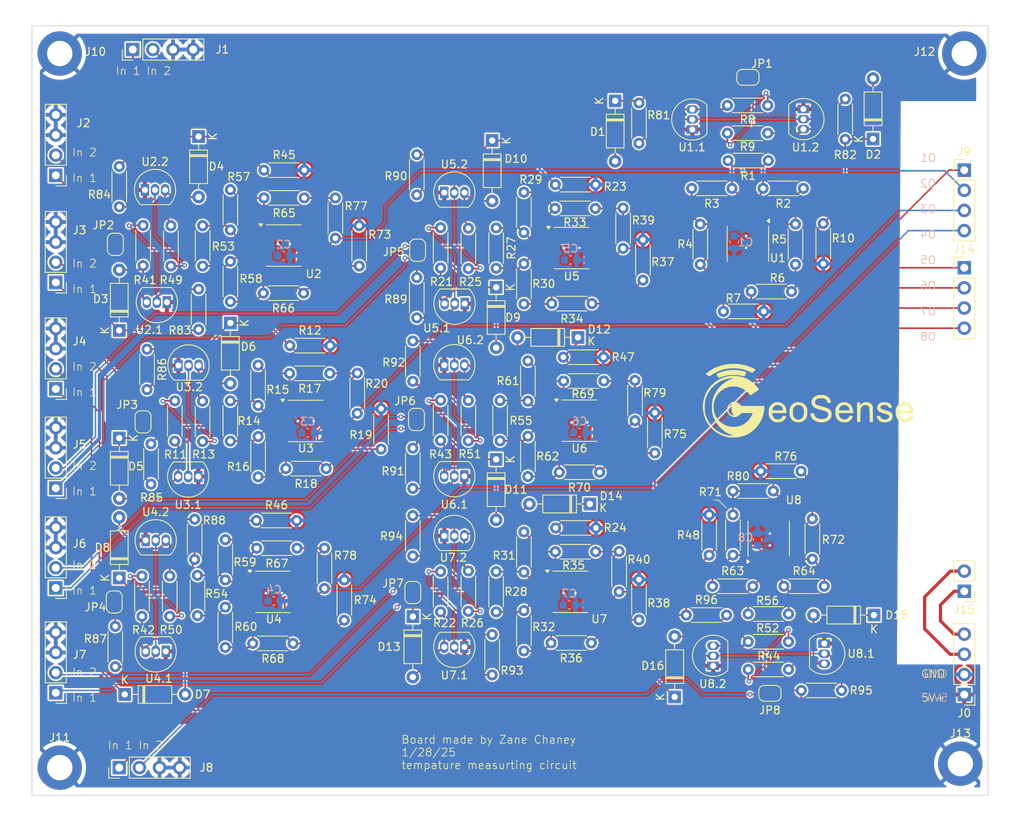
<source format=kicad_pcb>
(kicad_pcb (version 20240108) (generator "pcbnew") (generator_version "8.0")
  (layers (0 "F.Cu" signal) (31 "B.Cu" signal) (34 "B.Paste" user) (35 "F.Paste" user) (36 "B.SilkS" user "B.Silkscreen") (37 "F.SilkS" user "F.Silkscreen") (38 "B.Mask" user) (39 "F.Mask" user) (44 "Edge.Cuts" user))
  (net 0 "")
  (net 1 "GND")
  (net 2 "Net-(J0-Pin_3)")
  (net 3 "+5V")
  (net 4 "Net-(J0-Pin_4)")
  (net 5 "T1.2 In")
  (net 6 "T1.1 In")
  (net 7 "T2.2 In")
  (net 8 "T2.1 In")
  (net 9 "T3.2 In")
  (net 10 "T3.1 In")
  (net 11 "T4.1 In")
  (net 12 "T4.2 In")
  (net 13 "T5.2 In")
  (net 14 "T5.1 In")
  (net 15 "T6.2 In")
  (net 16 "T6.1 In")
  (net 17 "T7.1 In")
  (net 18 "T7.2 In")
  (net 19 "T8.1 In")
  (net 20 "T8.2 In")
  (net 21 "Out 1")
  (net 22 "Out 3")
  (net 23 "Out 2")
  (net 24 "Out 4")
  (net 25 "Out 7")
  (net 26 "Out 6")
  (net 27 "Out 5")
  (net 28 "Out 8")
  (net 29 "Net-(U1B--)")
  (net 30 "Net-(U1A--)")
  (net 31 "Net-(R2-Pad1)")
  (net 32 "Net-(R3-Pad2)")
  (net 33 "Net-(U1C-+)")
  (net 34 "Net-(U1C--)")
  (net 35 "Net-(R8-Pad1)")
  (net 36 "T1.C")
  (net 37 "Net-(D1-A)")
  (net 38 "Net-(R11-Pad1)")
  (net 39 "T3.C")
  (net 40 "Net-(R13-Pad1)")
  (net 41 "Net-(U3B--)")
  (net 42 "Net-(U3A--)")
  (net 43 "Net-(R15-Pad1)")
  (net 44 "Net-(R16-Pad2)")
  (net 45 "Net-(U3C--)")
  (net 46 "Net-(U3C-+)")
  (net 47 "Net-(R21-Pad1)")
  (net 48 "Net-(R22-Pad1)")
  (net 49 "T5.C")
  (net 50 "T7.C")
  (net 51 "Net-(R25-Pad1)")
  (net 52 "Net-(R26-Pad1)")
  (net 53 "Net-(U5A--)")
  (net 54 "Net-(U5B--)")
  (net 55 "Net-(U7A--)")
  (net 56 "Net-(U7B--)")
  (net 57 "Net-(R29-Pad1)")
  (net 58 "Net-(R30-Pad2)")
  (net 59 "Net-(R31-Pad1)")
  (net 60 "Net-(R32-Pad2)")
  (net 61 "Net-(U5C--)")
  (net 62 "Net-(U5C-+)")
  (net 63 "Net-(U7C--)")
  (net 64 "Net-(U7C-+)")
  (net 65 "Net-(R41-Pad1)")
  (net 66 "Net-(R42-Pad1)")
  (net 67 "Net-(R43-Pad1)")
  (net 68 "Net-(R44-Pad1)")
  (net 69 "T2.C")
  (net 70 "T4.C")
  (net 71 "T6.C")
  (net 72 "T8.C")
  (net 73 "Net-(R49-Pad1)")
  (net 74 "Net-(R50-Pad1)")
  (net 75 "Net-(R51-Pad1)")
  (net 76 "Net-(R52-Pad1)")
  (net 77 "Net-(U2B--)")
  (net 78 "Net-(U2A--)")
  (net 79 "Net-(U4B--)")
  (net 80 "Net-(U4A--)")
  (net 81 "Net-(U6B--)")
  (net 82 "Net-(U6A--)")
  (net 83 "Net-(U8B--)")
  (net 84 "Net-(U8A--)")
  (net 85 "Net-(R57-Pad1)")
  (net 86 "Net-(R58-Pad2)")
  (net 87 "Net-(R59-Pad1)")
  (net 88 "Net-(R60-Pad2)")
  (net 89 "Net-(R61-Pad1)")
  (net 90 "Net-(R62-Pad2)")
  (net 91 "Net-(R63-Pad1)")
  (net 92 "Net-(R64-Pad2)")
  (net 93 "Net-(U2C--)")
  (net 94 "Net-(U2C-+)")
  (net 95 "Net-(U4C--)")
  (net 96 "Net-(U4C-+)")
  (net 97 "Net-(U6C--)")
  (net 98 "Net-(U6C-+)")
  (net 99 "Net-(U8C--)")
  (net 100 "Net-(U8C-+)")
  (net 125 "Net-(D2-A)")
  (net 126 "Net-(D3-A)")
  (net 127 "Net-(D4-A)")
  (net 128 "Net-(D5-A)")
  (net 129 "Net-(D6-A)")
  (net 130 "Net-(D7-A)")
  (net 131 "Net-(D8-A)")
  (net 132 "Net-(D9-A)")
  (net 133 "Net-(D10-A)")
  (net 134 "Net-(D11-A)")
  (net 135 "Net-(D12-A)")
  (net 136 "Net-(D13-A)")
  (net 137 "Net-(D14-A)")
  (net 138 "Net-(D15-A)")
  (net 139 "Net-(D16-A)")
  (net 140 "Net-(R82-Pad2)")
  (footprint "Resistor_THT:R_Axial_DIN0204_L3.6mm_D1.6mm_P5.08mm_Horizontal" (layer "F.Cu") (at 175.644999 78.224999)
    (property "Reference" "R6")
    (property "Value" "R")
  )
  (footprint "Resistor_THT:R_Axial_DIN0204_L3.6mm_D1.6mm_P5.08mm_Horizontal" (layer "F.Cu") (at 167.46 119)
    (property "Reference" "R96")
    (property "Value" "R")
  )
  (footprint "Resistor_THT:R_Axial_DIN0204_L3.6mm_D1.6mm_P5.08mm_Horizontal" (layer "F.Cu") (at 119.237499 78.424999 180)
    (property "Reference" "R66")
    (property "Value" "R")
  )
  (footprint "Resistor_THT:R_Axial_DIN0204_L3.6mm_D1.6mm_P5.08mm_Horizontal" (layer "F.Cu") (at 133 111.54 90)
    (property "Reference" "R94")
    (property "Value" "R")
  )
  (footprint "Resistor_THT:R_Axial_DIN0204_L3.6mm_D1.6mm_P5.08mm_Horizontal" (layer "F.Cu") (at 136.5 91.92 -90)
    (property "Reference" "R43")
    (property "Value" "R")
  )
  (footprint "Resistor_THT:R_Axial_DIN0204_L3.6mm_D1.6mm_P5.08mm_Horizontal" (layer "F.Cu") (at 187.5 59.04 90)
    (property "Reference" "R82")
    (property "Value" "R")
  )
  (footprint "Resistor_THT:R_Axial_DIN0204_L3.6mm_D1.6mm_P5.08mm_Horizontal" (layer "F.Cu") (at 155.58 79.75 180)
    (property "Reference" "R34")
    (property "Value" "R")
  )
  (footprint "Diode_THT:D_DO-35_SOD27_P7.62mm_Horizontal" (layer "F.Cu") (at 96 83.12 90)
    (property "Reference" "D3")
    (property "Value" "D")
  )
  (footprint "Diode_THT:D_DO-35_SOD27_P7.62mm_Horizontal" (layer "F.Cu") (at 155.31 105 180)
    (property "Reference" "D14")
    (property "Value" "D")
  )
  (footprint "Package_SO:TSSOP-14_4.4x5mm_P0.65mm" (layer "F.Cu") (at 119.5 94.54)
    (property "Reference" "U3")
    (property "Value" "LM324")
  )
  (footprint "Jumper:SolderJumper-2_P1.3mm_Open_RoundedPad1.0x1.5mm" (layer "F.Cu") (at 175.224999 51.224999 180)
    (property "Reference" "JP1")
    (property "Value" "SolderJumper_2_Open" (hide yes))
  )
  (footprint "Resistor_THT:R_Axial_DIN0204_L3.6mm_D1.6mm_P5.08mm_Horizontal" (layer "F.Cu") (at 156.54 101 180)
    (property "Reference" "R70")
    (property "Value" "R")
  )
  (footprint "Resistor_THT:R_Axial_DIN0204_L3.6mm_D1.6mm_P5.08mm_Horizontal" (layer "F.Cu") (at 121.8625 115.654999 90)
    (property "Reference" "R78")
    (property "Value" "R")
  )
  (footprint "Jumper:SolderJumper-2_P1.3mm_Open_RoundedPad1.0x1.5mm" (layer "F.Cu") (at 95.507499 72.274999 -90)
    (property "Reference" "JP2")
    (property "Value" "SolderJumper_2_Open" (hide yes))
  )
  (footprint "Package_TO_SOT_THT:TO-92_Inline" (layer "F.Cu") (at 99.237499 65.424999)
    (property "Reference" "U2.2")
    (property "Value" "LM334Z")
  )
  (footprint "Resistor_THT:R_Axial_DIN0204_L3.6mm_D1.6mm_P5.08mm_Horizontal" (layer "F.Cu") (at 162 76.79 90)
    (property "Reference" "R37")
    (property "Value" "R")
  )
  (footprint "Resistor_THT:R_Axial_DIN0204_L3.6mm_D1.6mm_P5.08mm_Horizontal" (layer "F.Cu") (at 126.237499 75.004999 90)
    (property "Reference" "R73")
    (property "Value" "R")
  )
  (footprint "Diode_THT:D_DO-35_SOD27_P7.62mm_Horizontal" (layer "F.Cu") (at 106 58.69 -90)
    (property "Reference" "D4")
    (property "Value" "D")
  )
  (footprint "Connector_PinHeader_2.54mm:PinHeader_1x04_P2.54mm_Vertical" (layer "F.Cu") (at 88 90.5 180)
    (property "Reference" "J4")
    (property "Value" "Conn_01x04_Pin")
  )
  (footprint "Resistor_THT:R_Axial_DIN0204_L3.6mm_D1.6mm_P5.08mm_Horizontal" (layer "F.Cu") (at 184.724999 69.644999 -90)
    (property "Reference" "R10")
    (property "Value" "R")
  )
  (footprint "Resistor_THT:R_Axial_DIN0204_L3.6mm_D1.6mm_P5.08mm_Horizontal" (layer "F.Cu") (at 143.5 70.21 -90)
    (property "Reference" "R27")
    (property "Value" "R")
  )
  (footprint "Package_TO_SOT_THT:TO-92_Inline" (layer "F.Cu") (at 102.007499 79.564999 180)
    (property "Reference" "U2.1")
    (property "Value" "LM334Z")
  )
  (footprint "Package_TO_SOT_THT:TO-92_Inline" (layer "F.Cu") (at 182.224999 55.224999 -90)
    (property "Reference" "U1.2")
    (property "Value" "LM334Z")
  )
  (footprint "Package_TO_SOT_THT:TO-92_Inline" (layer "F.Cu") (at 136.96 109.02)
    (property "Reference" "U7.2")
    (property "Value" "LM334Z")
  )
  (footprint "Resistor_THT:R_Axial_DIN0204_L3.6mm_D1.6mm_P5.08mm_Horizontal" (layer "F.Cu") (at 179.77 115.362499)
    (property "Reference" "R64")
    (property "Value" "R")
  )
  (footprint "Package_TO_SOT_THT:TO-92_Inline" (layer "F.Cu") (at 136.96 87.5)
    (property "Reference" "U6.2")
    (property "Value" "LM334Z")
  )
  (footprint "Diode_THT:D_DO-35_SOD27_P7.62mm_Horizontal" (layer "F.Cu") (at 96 114.31 90)
    (property "Reference" "D8")
    (property "Value" "D")
  )
  (footprint "Resistor_THT:R_Axial_DIN0204_L3.6mm_D1.6mm_P5.08mm_Horizontal" (layer "F.Cu") (at 159 116.06 90)
    (property "Reference" "R40")
    (property "Value" "R")
  )
  (footprint "Resistor_THT:R_Axial_DIN0204_L3.6mm_D1.6mm_P5.08mm_Horizontal" (layer "F.Cu") (at 113.5 96.5 -90)
    (property "Reference" "R16")
    (property "Value" "R")
  )
  (footprint "Resistor_THT:R_Axial_DIN0204_L3.6mm_D1.6mm_P5.08mm_Horizontal" (layer "F.Cu") (at 157.08 89.5 180)
    (property "Reference" "R69")
    (property "Value" "R")
  )
  (footprint "Resistor_THT:R_Axial_DIN0204_L3.6mm_D1.6mm_P5.08mm_Horizontal" (layer "F.Cu") (at 98.8625 114.074999 -90)
    (property "Reference" "R42")
    (property "Value" "R")
  )
  (footprint "Resistor_THT:R_Axial_DIN0204_L3.6mm_D1.6mm_P5.08mm_Horizontal" (layer "F.Cu") (at 110 92 -90)
    (property "Reference" "R14")
    (property "Value" "R")
  )
  (footprint "Resistor_THT:R_Axial_DIN0204_L3.6mm_D1.6mm_P5.08mm_Horizontal" (layer "F.Cu") (at 102.3625 119.154999 90)
    (property "Reference" "R50")
    (property "Value" "R")
  )
  (footprint "MountingHole:MountingHole_3.2mm_M3_DIN965_Pad_TopBottom" (layer "F.Cu") (at 88.5 48.224999)
    (property "Reference" "J10")
    (property "Value" "Conn_01x01_Socket")
  )
  (footprint "Resistor_THT:R_Axial_DIN0204_L3.6mm_D1.6mm_P5.08mm_Horizontal" (layer "F.Cu") (at 96 62.46 -90)
    (property "Reference" "R84")
    (property "Value" "R")
  )
  (footprint "Resistor_THT:R_Axial_DIN0204_L3.6mm_D1.6mm_P5.08mm_Horizontal" (layer "F.Cu") (at 136.5 70.17 -90)
    (property "Reference" "R21")
    (property "Value" "R")
  )
  (footprint "Resistor_THT:R_Axial_DIN0204_L3.6mm_D1.6mm_P5.08mm_Horizontal" (layer "F.Cu") (at 177.804999 61.724999 180)
    (property "Reference" "R1")
    (property "Value" "R")
  )
  (footprint "Diode_THT:D_DO-35_SOD27_P7.62mm_Horizontal" (layer "F.Cu") (at 191 59 90)
    (property "Reference" "D2")
    (property "Value" "D")
  )
  (footprint "Resistor_THT:R_Axial_DIN0204_L3.6mm_D1.6mm_P5.08mm_Horizontal" (layer "F.Cu") (at 172.644999 58.264999)
    (property "Reference" "R9")
    (property "Value" "R")
  )
  (footprint "Resistor_THT:R_Axial_DIN0204_L3.6mm_D1.6mm_P5.08mm_Horizontal" (layer "F.Cu") (at 109.3625 117.994999 -90)
    (property "Reference" "R60")
    (property "Value" "R")
  )
  (footprint "Connector_PinHeader_2.54mm:PinHeader_1x04_P2.54mm_Vertical" (layer "F.Cu") (at 88 103 180)
    (property "Reference" "J5")
    (property "Value" "Conn_01x04_Pin")
  )
  (footprint "Resistor_THT:R_Axial_DIN0204_L3.6mm_D1.6mm_P5.08mm_Horizontal" (layer "F.Cu") (at 161 94.5 90)
    (property "Reference" "R79")
    (property "Value" "R")
  )
  (footprint "Package_SO:TSSOP-14_4.4x5mm_P0.65mm" (layer "F.Cu") (at 154 94.5)
    (property "Reference" "U6")
    (property "Value" "LM324")
  )
  (footprint "Diode_THT:D_DO-35_SOD27_P7.62mm_Horizontal" (layer "F.Cu") (at 191.12 119 180)
    (property "Reference" "D15")
    (property "Value" "D")
  )
  (footprint "Diode_THT:D_DO-35_SOD27_P7.62mm_Horizontal" (layer "F.Cu") (at 110 82.19 -90)
    (property "Reference" "D6")
    (property "Value" "D")
  )
  (footprint "Resistor_THT:R_Axial_DIN0204_L3.6mm_D1.6mm_P5.08mm_Horizontal" (layer "F.Cu") (at 156 67.75 180)
    (property "Reference" "R33")
    (property "Value" "R")
  )
  (footprint "Resistor_THT:R_Axial_DIN0204_L3.6mm_D1.6mm_P5.08mm_Horizontal" (layer "F.Cu") (at 151 108.02)
    (property "Reference" "R24")
    (property "Value" "R")
  )
  (footprint "Resistor_THT:R_Axial_DIN0204_L3.6mm_D1.6mm_P5.08mm_Horizontal" (layer "F.Cu") (at 122.54 88.54 180)
    (property "Reference" "R17")
    (property "Value" "R")
  )
  (footprint "Resistor_THT:R_Axial_DIN0204_L3.6mm_D1.6mm_P5.08mm_Horizontal" (layer "F.Cu") (at 181.224999 74.804999 90)
    (property "Reference" "R5")
    (property "Value" "R")
  )
  (footprint "Package_TO_SOT_THT:TO-92_Inline" (layer "F.Cu") (at 101.8625 123.574999 180)
    (property "Reference" "U4.1")
    (property "Value" "LM334Z")
  )
  (footprint "Package_TO_SOT_THT:TO-92_Inline" (layer "F.Cu") (at 99.3225 109.574999)
    (property "Reference" "U4.2")
    (property "Value" "LM334Z")
  )
  (footprint "Connector_PinHeader_2.54mm:PinHeader_1x04_P2.54mm_Vertical" (layer "F.Cu") (at 97.7 47.724999 90)
    (property "Reference" "J1")
    (property "Value" "Conn_01x04_Pin")
  )
  (footprint "Resistor_THT:R_Axial_DIN0204_L3.6mm_D1.6mm_P5.08mm_Horizontal" (layer "F.Cu") (at 95.5 120.42 -90)
    (property "Reference" "R87")
    (property "Value" "R")
  )
  (footprint "Resistor_THT:R_Axial_DIN0204_L3.6mm_D1.6mm_P5.08mm_Horizontal" (layer "F.Cu") (at 172.144999 80.724999)
    (property "Reference" "R7")
    (property "Value" "R")
  )
  (footprint "Resistor_THT:R_Axial_DIN0204_L3.6mm_D1.6mm_P5.08mm_Horizontal" (layer "F.Cu") (at 144 91.96 -90)
    (property "Reference" "R55")
    (property "Value" "R")
  )
  (footprint "Package_SO:TSSOP-14_4.4x5mm_P0.65mm" (layer "F.Cu") (at 153 72.75)
    (property "Reference" "U5")
    (property "Value" "LM324")
  )
  (footprint "Resistor_THT:R_Axial_DIN0204_L3.6mm_D1.6mm_P5.08mm_Horizontal" (layer "F.Cu") (at 175.27 118.862499)
    (property "Reference" "R56")
    (property "Value" "R")
  )
  (footprint "Jumper:SolderJumper-2_P1.3mm_Open_RoundedPad1.0x1.5mm" (layer "F.Cu") (at 133.6 73.02 -90)
    (property "Reference" "JP5")
    (property "Value" "SolderJumper_2_Open")
  )
  (footprint "Package_SO:TSSOP-14_4.4x5mm_P0.65mm" (layer "F.Cu") (at 175.224999 72.224999 -90)
    (property "Reference" "U1")
    (property "Value" "LM324")
  )
  (footprint "Resistor_THT:R_Axial_DIN0204_L3.6mm_D1.6mm_P5.08mm_Horizontal" (layer "F.Cu") (at 150.96 64.75)
    (property "Reference" "R23")
    (property "Value" "R")
  )
  (footprint "Resistor_THT:R_Axial_DIN0204_L3.6mm_D1.6mm_P5.08mm_Horizontal" (layer "F.Cu") (at 113.5 87.5 -90)
    (property "Reference" "R15")
    (property "Value" "R")
  )
  (footprint "Diode_THT:D_DO-35_SOD27_P7.62mm_Horizontal" (layer "F.Cu") (at 153.81 84 180)
    (property "Reference" "D12")
    (property "Value" "D")
  )
  (footprint "Resistor_THT:R_Axial_DIN0204_L3.6mm_D1.6mm_P5.08mm_Horizontal" (layer "F.Cu") (at 118.4025 110.574999 180)
    (property "Reference" "R67")
    (property "Value" "R")
  )
  (footprint "Package_SO:TSSOP-14_4.4x5mm_P0.65mm" (layer "F.Cu") (at 152.8625 116.07)
    (property "Reference" "U7")
    (property "Value" "LM324")
  )
  (footprint "Resistor_THT:R_Axial_DIN0204_L3.6mm_D1.6mm_P5.08mm_Horizontal" (layer "F.Cu") (at 147.5 96.46 -90)
    (property "Reference" "R62")
    (property "Value" "R")
  )
  (footprint "Package_TO_SOT_THT:TO-92_Inline" (layer "F.Cu") (at 170.85 125.402499 90)
    (property "Reference" "U8.2")
    (property "Value" "LM334Z")
  )
  (footprint "Connector_PinHeader_2.54mm:PinHeader_1x04_P2.54mm_Vertical" (layer "F.Cu") (at 96 138.224999 90)
    (property "Reference" "J8")
    (property "Value" "Conn_01x04_Pin")
  )
  (footprint "Resistor_THT:R_Axial_DIN0204_L3.6mm_D1.6mm_P5.08mm_Horizontal" (layer "F.Cu") (at 161.5 119.6 90)
    (property "Reference" "R38")
    (property "Value" "R")
  )
  (footprint "Resistor_THT:R_Axial_DIN0204_L3.6mm_D1.6mm_P5.08mm_Horizontal" (layer "F.Cu") (at 99.5 85.5 -90)
    (property "Reference" "R86")
    (property "Value" "R")
  )
  (footprint "Resistor_THT:R_Axial_DIN0204_L3.6mm_D1.6mm_P5.08mm_Horizontal" (layer "F.Cu") (at 136.5 113.52 -90)
    (property "Reference" "R22")
    (property "Value" "R")
  )
  (footprint "Resistor_THT:R_Axial_DIN0204_L3.6mm_D1.6mm_P5.08mm_Horizontal" (layer "F.Cu") (at 140 75.33 90)
    (property "Reference" "R25")
    (property "Value" "R")
  )
  (footprint "Resistor_THT:R_Axial_DIN0204_L3.6mm_D1.6mm_P5.08mm_Horizontal" (layer "F.Cu") (at 110.007499 74.424999 -90)
    (property "Reference" "R58")
    (property "Value" "R")
  )
  (footprint "Jumper:SolderJumper-2_P1.3mm_Open_RoundedPad1.0x1.5mm" (layer "F.Cu") (at 178 128.862499)
    (property "Reference" "JP8")
    (property "Value" "SolderJumper_2_Open")
  )
  (footprint "Jumper:SolderJumper-2_P1.3mm_Open_RoundedPad1.0x1.5mm" (layer "F.Cu") (at 99 94.65 -90)
    (property "Reference" "JP3")
    (property "Value" "SolderJumper_2_Open")
  )
  (footprint "Jumper:SolderJumper-2_P1.3mm_Open_RoundedPad1.0x1.5mm" (layer "F.Cu") (at 133 116.15 -90)
    (property "Reference" "JP7")
    (property "Value" "SolderJumper_2_Open")
  )
  (footprint "Resistor_THT:R_Axial_DIN0204_L3.6mm_D1.6mm_P5.08mm_Horizontal" (layer "F.Cu") (at 175.27 125.862499)
    (property "Reference" "R44")
    (property "Value" "R")
  )
  (footprint "Resistor_THT:R_Axial_DIN0204_L3.6mm_D1.6mm_P5.08mm_Horizontal" (layer "F.Cu") (at 182.224999 65.224999 180)
    (property "Reference" "R2")
    (property "Value" "R")
  )
  (footprint "Resistor_THT:R_Axial_DIN0204_L3.6mm_D1.6mm_P5.08mm_Horizontal" (layer "F.Cu") (at 147 118.44 -90)
    (property "Reference" "R32")
    (property "Value" "R")
  )
  (footprint "Package_SO:TSSOP-14_4.4x5mm_P0.65mm" (layer "F.Cu") (at 177.85 109.362499 90)
    (property "Reference" "U8")
    (property "Value" "LM324")
  )
  (footprint "Resistor_THT:R_Axial_DIN0204_L3.6mm_D1.6mm_P5.08mm_Horizontal" (layer "F.Cu") (at 109.3625 109.494999 -90)
    (property "Reference" "R59")
    (property "Value" "R")
  )
  (footprint "Diode_THT:D_DO-35_SOD27_P7.62mm_Horizontal" (layer "F.Cu") (at 158.5 54.19 -90)
    (property "Reference" "D1")
    (property "Value" "D")
  )
  (footprint "Resistor_THT:R_Axial_DIN0204_L3.6mm_D1.6mm_P5.08mm_Horizontal" (layer "F.Cu") (at 117.9025 122.574999 180)
    (property "Reference" "R68")
    (property "Value" "R")
  )
  (footprint "Resistor_THT:R_Axial_DIN0204_L3.6mm_D1.6mm_P5.08mm_Horizontal" (layer "F.Cu") (at 123.237499 71.504999 90)
    (property "Reference" "R77")
    (property "Value" "R")
  )
  (footprint "Resistor_THT:R_Axial_DIN0204_L3.6mm_D1.6mm_P5.08mm_Horizontal" (layer "F.Cu") (at 129 98.08 90)
    (property "Reference" "R19")
    (property "Value" "R")
  )
  (footprint "Resistor_THT:R_Axial_DIN0204_L3.6mm_D1.6mm_P5.08mm_Horizontal" (layer "F.Cu") (at 114.237499 62.924999)
    (property "Reference" "R45")
    (property "Value" "R")
  )
  (footprint "Diode_THT:D_DO-35_SOD27_P7.62mm_Horizontal" (layer "F.Cu") (at 143.5 77.69 -90)
    (property "Reference" "D9")
    (property "Value" "D")
  )
  (footprint "Connector_PinHeader_2.54mm:PinHeader_1x02_P2.54mm_Vertical" (layer "F.Cu") (at 202.5 115.999999 180)
    (property "Reference" "J15")
    (property "Value" "Conn_01x02_Pin")
  )
  (footprint "Resistor_THT:R_Axial_DIN0204_L3.6mm_D1.6mm_P5.08mm_Horizontal" (layer "F.Cu") (at 126 93.58 90)
    (property "Reference" "R20")
    (property "Value" "R")
  )
  (footprint "Resistor_THT:R_Axial_DIN0204_L3.6mm_D1.6mm_P5.08mm_Horizontal" (layer "F.Cu") (at 151.96 86.5)
    (property "Reference" "R47")
    (property "Value" "R")
  )
  (footprint "Resistor_THT:R_Axial_DIN0204_L3.6mm_D1.6mm_P5.08mm_Horizontal" (layer "F.Cu") (at 183.35 106.862499 -90)
    (property "Reference" "R72")
    (property "Value" "R")
  )
  (footprint "Resistor_THT:R_Axial_DIN0204_L3.6mm_D1.6mm_P5.08mm_Horizontal" (layer "F.Cu") (at 140 97.04 90)
    (property "Reference" "R51")
    (property "Value" "R")
  )
  (footprint "Resistor_THT:R_Axial_DIN0204_L3.6mm_D1.6mm_P5.08mm_Horizontal" (layer "F.Cu") (at 143 121.46 -90)
    (property "Reference" "R93")
    (property "Value" "R")
  )
  (footprint "Connector_PinHeader_2.54mm:PinHeader_1x04_P2.54mm_Vertical" (layer "F.Cu") (at 202.5 75.224999)
    (property "Reference" "J14")
    (property "Value" "Conn_01x04_Pin")
  )
  (footprint "Logo:GeoSenseGFnLogo" (layer "F.Cu") (at 183 92)
    (property "Reference" "G***" (hide yes))
    (property "Value" "LOGO" (hide yes))
  )
  (footprint "Connector_PinHeader_2.54mm:PinHeader_1x04_P2.54mm_Vertical" (layer "F.Cu") (at 88 77.08 180)
    (property "Reference" "J3")
    (property "Value" "Conn_01x04_Pin")
  )
  (footprint "Resistor_THT:R_Axial_DIN0204_L3.6mm_D1.6mm_P5.08mm_Horizontal" (layer "F.Cu") (at 105.8625 113.994999 -90)
    (property "Reference" "R54")
    (property "Value" "R")
  )
  (footprint "Package_SO:TSSOP-14_4.4x5mm_P0.65mm" (layer "F.Cu") (at 115.3625 116.074999)
    (property "Reference" "U4")
    (property "Value" "LM324")
  )
  (footprint "Resistor_THT:R_Axial_DIN0204_L3.6mm_D1.6mm_P5.08mm_Horizontal" (layer "F.Cu") (at 133.5 76.46 -90)
    (property "Reference" "R89")
    (property "Value" "R")
  )
  (footprint "Resistor_THT:R_Axial_DIN0204_L3.6mm_D1.6mm_P5.08mm_Horizontal" (layer "F.Cu") (at 106 83 90)
    (property "Reference" "R83")
    (property "Value" "R")
  )
  (footprint "Diode_THT:D_DO-35_SOD27_P7.62mm_Horizontal" (layer "F.Cu") (at 143.5 99.38 -90)
    (property "Reference" "D11")
    (property "Value" "D")
  )
  (footprint "Resistor_THT:R_Axial_DIN0204_L3.6mm_D1.6mm_P5.08mm_Horizontal" (layer "F.Cu") (at 99.007499 69.884999 -90)
    (property "Reference" "R41")
    (property "Value" "R")
  )
  (footprint "Resistor_THT:R_Axial_DIN0204_L3.6mm_D1.6mm_P5.08mm_Horizontal" (layer "F.Cu") (at 173.35 106.362499 -90)
    (property "Reference" "R71")
    (property "Value" "R")
  )
  (footprint "Resistor_THT:R_Axial_DIN0204_L3.6mm_D1.6mm_P5.08mm_Horizontal" (layer "F.Cu") (at 102.507499 75.004999 90)
    (property "Reference" "R49")
    (property "Value" "R")
  )
  (footprint "Resistor_THT:R_Axial_DIN0204_L3.6mm_D1.6mm_P5.08mm_Horizontal" (layer "F.Cu") (at 133 97.96 -90)
    (property "Reference" "R91")
    (property "Value" "R")
  )
  (footprint "Resistor_THT:R_Axial_DIN0204_L3.6mm_D1.6mm_P5.08mm_Horizontal" (layer "F.Cu") (at 181.96 128.5)
    (property "Reference" "R95")
    (property "Value" "R")
  )
  (footprint "Resistor_THT:R_Axial_DIN0204_L3.6mm_D1.6mm_P5.08mm_Horizontal" (layer "F.Cu") (at 106.5 97.12 90)
    (property "Reference" "R13")
    (property "Value" "R")
  )
  (footprint "Resistor_THT:R_Axial_DIN0204_L3.6mm_D1.6mm_P5.08mm_Horizontal" (layer "F.Cu") (at 170.77 115.362499)
    (property "Reference" "R63")
    (property "Value" "R")
  )
  (footprint "Resistor_THT:R_Axial_DIN0204_L3.6mm_D1.6mm_P5.08mm_Horizontal" (layer "F.Cu") (at 147 65.71 -90)
    (property "Reference" "R29")
    (property "Value" "R")
  )
  (footprint "Resistor_THT:R_Axial_DIN0204_L3.6mm_D1.6mm_P5.08mm_Horizontal" (layer "F.Cu") (at 140 118.52 90)
    (property "Reference" "R26")
    (property "Value" "R")
  )
  (footprint "Resistor_THT:R_Axial_DIN0204_L3.6mm_D1.6mm_P5.08mm_Horizontal" (layer "F.Cu") (at 159.5 72.79 90)
    (property "Reference" "R39")
    (property "Value" "R")
  )
  (footprint "Connector_PinHeader_2.54mm:PinHeader_1x04_P2.54mm_Vertical" (layer "F.Cu") (at 202.5 129.024999 180)
    (property "Reference" "J0")
    (property "Value" "Conn_01x04_Pin")
  )
  (footprint "Resistor_THT:R_Axial_DIN0204_L3.6mm_D1.6mm_P5.08mm_Horizontal" (layer "F.Cu") (at 173.224999 65.224999 180)
    (property "Reference" "R3")
    (property "Value" "R")
  )
  (footprint "Resistor_THT:R_Axial_DIN0204_L3.6mm_D1.6mm_P5.08mm_Horizontal" (layer "F.Cu") (at 147 108.52 -90)
    (property "Reference" "R31")
    (property "Value" "R")
  )
  (footprint "Resistor_THT:R_Axial_DIN0204_L3.6mm_D1.6mm_P5.08mm_Horizontal" (layer "F.Cu") (at 122.08 100.54 180)
    (property "Reference" "R18")
    (property "Value" "R")
  )
  (footprint "Resistor_THT:R_Axial_DIN0204_L3.6mm_D1.6mm_P5.08mm_Horizontal" (layer "F.Cu") (at 169.224999 74.804999 90)
    (property "Reference" "R4")
    (property "Value" "R")
  )
  (footprint "Diode_THT:D_DO-35_SOD27_P7.62mm_Horizontal" (layer "F.Cu") (at 166 129.31 90)
    (property "Reference" "D16")
    (property "Value" "D")
  )
  (footprint "Resistor_THT:R_Axial_DIN0204_L3.6mm_D1.6mm_P5.08mm_Horizontal" (layer "F.Cu") (at 105.5 112 90)
    (property "Reference" "R88")
    (property "Value" "R")
  )
  (footprint "Package_TO_SOT_THT:TO-92_Inline" (layer "F.Cu") (at 139.54 79.75 180)
    (property "Reference" "U5.1")
    (property "Value" "LM334Z")
  )
  (footprint "Diode_THT:D_DO-35_SOD27_P7.62mm_Horizontal" (layer "F.Cu") (at 143 59.19 -90)
    (property "Reference" "D10")
    (property "Value" "D")
  )
  (footprint "Resistor_THT:R_Axial_DIN0204_L3.6mm_D1.6mm_P5.08mm_Horizontal" (layer "F.Cu") (at 119.317499 66.424999 180)
    (property "Reference" "R65")
    (property "Value" "R")
  )
  (footprint "Diode_THT:D_DO-35_SOD27_P7.62mm_Horizontal" (layer "F.Cu") (at 96.69 129)
    (property "Reference" "D7")
    (property "Value" "D")
  )
  (footprint "Resistor_THT:R_Axial_DIN0204_L3.6mm_D1.6mm_P5.08mm_Horizontal" (layer "F.Cu") (at 161.5 54.46 -90)
    (property "Reference" "R81")
    (property "Value" "R")
  )
  (footprint "Package_TO_SOT_THT:TO-92_Inline" (layer "F.Cu") (at 139.5 101.5 180)
    (property "Reference" "U6.1")
    (property "Value" "LM334Z")
  )
  (footprint "Resistor_THT:R_Axial_DIN0204_L3.6mm_D1.6mm_P5.08mm_Horizontal" (layer "F.Cu") (at 180.35 122.362499 180)
    (property "Reference" "R52")
    (property "Value" "R")
  )
  (footprint "MountingHole:MountingHole_3.2mm_M3_DIN965_Pad_TopBottom" (layer "F.Cu") (at 88.5 138.224999)
    (property "Reference" "J11")
    (property "Value" "Conn_01x01_Socket")
  )
  (footprint "Diode_THT:D_DO-35_SOD27_P7.62mm_Horizontal" (layer "F.Cu") (at 96 96.69 -90)
    (property "Reference" "D5")
    (property "Value" "D")
  )
  (footprint "Resistor_THT:R_Axial_DIN0204_L3.6mm_D1.6mm_P5.08mm_Horizontal" (layer "F.Cu") (at 113.2825 107.074999)
    (property "Reference" "R46")
    (property "Value" "R")
  )
  (footprint "MountingHole:MountingHole_3.2mm_M3_DIN965_Pad_TopBottom" (layer "F.Cu") (at 202 137.724999)
    (property "Reference" "J13")
    (property "Value" "Conn_01x01_Socket")
  )
  (footprint "Resistor_THT:R_Axial_DIN0204_L3.6mm_D1.6mm_P5.08mm_Horizontal" (layer "F.Cu") (at 117.5 85.04)
    (property "Reference" "R12")
    (property "Value" "R")
  )
  (footprint "Connector_PinHeader_2.54mm:PinHeader_1x04_P2.54mm_Vertical" (layer "F.Cu") (at 88 128.8 180)
    (property "Reference" "J7")
    (property "Value" "Conn_01x04_Pin")
  )
  (footprint "Package_SO:TSSOP-14_4.4x5mm_P0.65mm" (layer "F.Cu") (at 116.737499 72.424999)
    (property "Reference" "U2")
    (property "Value" "LM324")
  )
  (footprint "Resistor_THT:R_Axial_DIN0204_L3.6mm_D1.6mm_P5.08mm_Horizontal" (layer "F.Cu") (at 147 74.71 -90)
    (property "Reference" "R30")
    (property "Value" "R")
  )
  (footprint "Resistor_THT:R_Axial_DIN0204_L3.6mm_D1.6mm_P5.08mm_Horizontal" (layer "F.Cu") (at 178.43 103.362499 180)
    (property "Reference" "R80")
    (property "Value" "R")
  )
  (footprint "Resistor_THT:R_Axial_DIN0204_L3.6mm_D1.6mm_P5.08mm_Horizontal" (layer "F.Cu") (at 177.724999 54.764999 180)
    (property "Reference" "R8")
    (property "Value" "R")
  )
  (footprint "Diode_THT:D_DO-35_SOD27_P7.62mm_Horizontal" (layer "F.Cu") (at 133 119.19 -90)
    (property "Reference" "D13")
    (property "Value" "D")
  )
  (footprint "Package_TO_SOT_THT:TO-92_Inline" (layer "F.Cu") (at 168.224999 57.804999 90)
    (property "Reference" "U1.1")
    (property "Value" "LM334Z")
  )
  (footprint "Connector_PinHeader_2.54mm:PinHeader_1x04_P2.54mm_Vertical" (layer "F.Cu") (at 88 115.58 180)
    (property "Reference" "J6")
    (property "Value" "Conn_01x04_Pin")
  )
  (footprint "Resistor_THT:R_Axial_DIN0204_L3.6mm_D1.6mm_P5.08mm_Horizontal" (layer "F.Cu") (at 110.007499 65.384999 -90)
    (property "Reference" "R57")
    (property "Value" "R")
  )
  (footprint "Connector_PinHeader_2.54mm:PinHeader_1x04_P2.54mm_Vertical" (layer "F.Cu") (at 88 63.58 180)
    (property "Reference" "J2")
    (property "Value" "Conn_01x04_Pin")
  )
  (footprint "Jumper:SolderJumper-2_P1.3mm_Open_RoundedPad1.0x1.5mm" (layer "F.Cu") (at 95.3625 117.35 -90)
    (property "Reference" "JP4")
    (property "Value" "SolderJumper_2_Open" (hide yes))
  )
  (footprint "Jumper:SolderJumper-2_P1.3mm_Open_RoundedPad1.0x1.5mm" (layer "F.Cu") (at 133.46 94.35 -90)
    (property "Reference" "JP6")
    (property "Value" "SolderJumper_2_Open")
  )
  (footprint "Resistor_THT:R_Axial_DIN0204_L3.6mm_D1.6mm_P5.08mm_Horizontal" (layer "F.Cu") (at 156.04 111.02 180)
    (property "Reference" "R35")
    (property "Value" "R")
  )
  (footprint "Resistor_THT:R_Axial_DIN0204_L3.6mm_D1.6mm_P5.08mm_Horizontal" (layer "F.Cu") (at 163.5 98.58 90)
    (property "Reference" "R75")
    (property "Value" "R")
  )
  (footprint "Resistor_THT:R_Axial_DIN0204_L3.6mm_D1.6mm_P5.08mm_Horizontal" (layer "F.Cu") (at 103 92 -90)
    (property "Reference" "R11")
    (property "Value" "R")
  )
  (footprint "Package_TO_SOT_THT:TO-92_Inline" (layer "F.Cu") (at 184.85 122.592499 -90)
    (property "Reference" "U8.1")
    (property "Value" "LM334Z")
  )
  (footprint "Resistor_THT:R_Axial_DIN0204_L3.6mm_D1.6mm_P5.08mm_Horizontal" (layer "F.Cu") (at 133.5 60.96 -90)
    (property "Reference" "R90")
    (property "Value" "R")
  )
  (footprint "Resistor_THT:R_Axial_DIN0204_L3.6mm_D1.6mm_P5.08mm_Horizontal" (layer "F.Cu") (at 106.507499 69.924999 -90)
    (property "Reference" "R53")
    (property "Value" "R")
  )
  (footprint "MountingHole:MountingHole_3.2mm_M3_DIN965_Pad_TopBottom" (layer "F.Cu") (at 202.5 48.224999)
    (property "Reference" "J12")
    (property "Value" "Conn_01x01_Socket")
  )
  (footprint "Resistor_THT:R_Axial_DIN0204_L3.6mm_D1.6mm_P5.08mm_Horizontal" (layer "F.Cu") (at 133 89.54 90)
    (property "Reference" "R92")
    (property "Value" "R")
  )
  (footprint "Package_TO_SOT_THT:TO-92_Inline" (layer "F.Cu") (at 103.46 87.54)
    (property "Reference" "U3.2")
    (property "Value" "LM334Z")
  )
  (footprint "Resistor_THT:R_Axial_DIN0204_L3.6mm_D1.6mm_P5.08mm_Horizontal" (layer "F.Cu") (at 143.5 113.52 -90)
    (property "Reference" "R28")
    (property "Value" "R")
  )
  (footprint "Package_TO_SOT_THT:TO-92_Inline" (layer "F.Cu") (at 136.96 65.75)
    (property "Reference" "U5.2")
    (property "Value" "LM334Z")
  )
  (footprint "Resistor_THT:R_Axial_DIN0204_L3.6mm_D1.6mm_P5.08mm_Horizontal" (layer "F.Cu") (at 100 102.5 90)
    (property "Reference" "R85")
    (property "Value" "R")
  )
  (footprint "Resistor_THT:R_Axial_DIN0204_L3.6mm_D1.6mm_P5.08mm_Horizontal" (layer "F.Cu") (at 181.93 100.862499 180)
    (property "Reference" "R76")
    (property "Value" "R")
  )
  (footprint "Connector_PinHeader_2.54mm:PinHeader_1x04_P2.54mm_Vertical" (layer "F.Cu") (at 202.5 62.924999)
    (property "Reference" "J9")
    (property "Value" "Conn_01x04_Pin")
  )
  (footprint "Resistor_THT:R_Axial_DIN0204_L3.6mm_D1.6mm_P5.08mm_Horizontal" (layer "F.Cu") (at 147.5 86.96 -90)
    (property "Reference" "R61")
    (property "Value" "R")
  )
  (footprint "Package_TO_SOT_THT:TO-92_Inline" (layer "F.Cu") (at 139.5 123.02 180)
    (property "Reference" "U7.1")
    (property "Value" "LM334Z")
  )
  (footprint "Resistor_THT:R_Axial_DIN0204_L3.6mm_D1.6mm_P5.08mm_Horizontal" (layer "F.Cu") (at 155.5 122.52 180)
    (property "Reference" "R36")
    (property "Value" "R")
  )
  (footprint "Resistor_THT:R_Axial_DIN0204_L3.6mm_D1.6mm_P5.08mm_Horizontal" (layer "F.Cu") (at 124.3625 119.654999 90)
    (property "Reference" "R74")
    (property "Value" "R")
  )
  (footprint "Package_TO_SOT_THT:TO-92_Inline" (layer "F.Cu") (at 105.96 101.54 180)
    (property "Reference" "U3.1")
    (property "Value" "LM334Z")
  )
  (footprint "Resistor_THT:R_Axial_DIN0204_L3.6mm_D1.6mm_P5.08mm_Horizontal" (layer "F.Cu") (at 170.35 111.442499 90)
    (property "Reference" "R48")
    (property "Value" "R")
  )
  (footprint "Capacitor_SMD:C_0603_1608Metric" (layer "B.Cu") (at 116.725 73.724999 180)
    (property "Reference" "C2")
    (property "Value" "C_Small")
  )
  (footprint "Capacitor_SMD:C_0603_1608Metric" (layer "B.Cu") (at 152.899137 74.244882 180)
    (property "Reference" "C5")
    (property "Value" "C_Small")
  )
  (footprint "Capacitor_SMD:C_0603_1608Metric" (layer "B.Cu") (at 152.725 117.724999 180)
    (property "Reference" "C7")
    (property "Value" "C_Small")
  )
  (footprint "Capacitor_SMD:C_0603_1608Metric" (layer "B.Cu") (at 119.775 96.04 180)
    (property "Reference" "C3")
    (property "Value" "C_Small")
  )
  (footprint "Capacitor_SMD:C_0603_1608Metric" (layer "B.Cu") (at 176.436899 109.461624 -90)
    (property "Reference" "C8")
    (property "Value" "C_Small")
  )
  (footprint "Capacitor_SMD:C_0603_1608Metric" (layer "B.Cu") (at 154.015578 96.009863 180)
    (property "Reference" "C6")
    (property "Value" "C_Small")
  )
  (footprint "Capacitor_SMD:C_0603_1608Metric" (layer "B.Cu") (at 115.5 117.224999 180)
    (property "Reference" "C4")
    (property "Value" "C_Small")
  )
  (footprint "Capacitor_SMD:C_0603_1608Metric" (layer "B.Cu") (at 173.5 71.999999 90)
    (property "Reference" "C1")
    (property "Value" "C_Small")
  )
  (gr_line (start 171.5 104.5) (end 172.5 105.5) (stroke (width 0.1)) (layer "F.SilkS"))
  (gr_line (start 171 104.5) (end 171.5 104.5) (stroke (width 0.1)) (layer "F.SilkS"))
  (gr_rect (start 85 44.724999) (end 205.5 141.724999) (stroke (width 0.1)) (fill none) (layer "Edge.Cuts"))
  (gr_text "GND\n" (at 200.5 127 -0) (layer "B.SilkS") (effects (font (size 1 1) (thickness 0.1)) (justify left bottom mirror)))
  (gr_text "5V+" (at 200.5 130 -0) (layer "B.SilkS") (effects (font (size 1 1) (thickness 0.1)) (justify left bottom mirror)))
  (gr_text "O1\n\nO2\n\nO3\n\nO4\n\nO5\n\nO6\n\nO7\n\nO8" (at 199 84.5 -0) (layer "B.SilkS") (effects (font (size 1 1) (thickness 0.1)) (justify left bottom mirror)))
  (gr_text "GND\n" (at 197 127 0) (layer "F.SilkS") (effects (font (size 1 1) (thickness 0.1)) (justify left bottom)))
  (gr_text "In 2\n\nIn 1" (at 90 104 0) (layer "F.SilkS") (effects (font (size 1 1) (thickness 0.1)) (justify left bottom)))
  (gr_text "In 2\n\nIn 1" (at 90 91.5 0) (layer "F.SilkS") (effects (font (size 1 1) (thickness 0.1)) (justify left bottom)))
  (gr_text "In 2\n\nIn 1" (at 90 64.5 0) (layer "F.SilkS") (effects (font (size 1 1) (thickness 0.1)) (justify left bottom)))
  (gr_text "In 2\n\nIn 1" (at 90 116.5 0) (layer "F.SilkS") (effects (font (size 1 1) (thickness 0.1)) (justify left bottom)))
  (gr_text "In 2\n\nIn 1" (at 90 78.5 0) (layer "F.SilkS") (effects (font (size 1 1) (thickness 0.1)) (justify left bottom)))
  (gr_text "In 2\n\nIn 1" (at 90 130 0) (layer "F.SilkS") (effects (font (size 1 1) (thickness 0.1)) (justify left bottom)))
  (gr_text "Board made by Zane Chaney\n1/28/25\ntempature measurting circuit " (at 131.5 138.5 0) (layer "F.SilkS") (effects (font (size 1 1) (thickness 0.1)) (justify left bottom)))
  (gr_text "5V+" (at 197 130 0) (layer "F.SilkS") (effects (font (size 1 1) (thickness 0.1)) (justify left bottom)))
  (gr_text "In 1 In 2" (at 94.5 136 0) (layer "F.SilkS") (effects (font (size 1 1) (thickness 0.1)) (justify left bottom)))
  (gr_text "In 1 In 2" (at 95.5 51 0) (layer "F.SilkS") (effects (font (size 1 1) (thickness 0.1)) (justify left bottom)))
  (segment (start 154 72.724999) (end 155.837499 72.724999) (width 0.2) (layer "F.Cu") (net 1))
  (segment (start 154.654999 116.07) (end 155.725 116.07) (width 0.2) (layer "F.Cu") (net 1))
  (segment (start 177.85 107.574999) (end 177.85 106.499999) (width 0.2) (layer "F.Cu") (net 1))
  (segment (start 118.5 72.224999) (end 118.7 72.424999) (width 0.2) (layer "F.Cu") (net 1))
  (segment (start 178 107.724999) (end 177.85 107.574999) (width 0.2) (layer "F.Cu") (net 1))
  (segment (start 154.5 116.224999) (end 154.654999 116.07) (width 0.2) (layer "F.Cu") (net 1))
  (segment (start 175 72.724999) (end 175.224999 72.949998) (width 0.2) (layer "F.Cu") (net 1))
  (segment (start 118.075 116.224999) (end 118.225 116.074999) (width 0.2) (layer "F.Cu") (net 1))
  (segment (start 116.5 116.224999) (end 118.075 116.224999) (width 0.2) (layer "F.Cu") (net 1))
  (segment (start 118.7 72.424999) (end 119.599999 72.424999) (width 0.2) (layer "F.Cu") (net 1))
  (segment (start 153.5 116.224999) (end 154.5 116.224999) (width 0.2) (layer "F.Cu") (net 1))
  (segment (start 178 108.724999) (end 178 107.724999) (width 0.2) (layer "F.Cu") (net 1))
  (segment (start 175.224999 72.949998) (end 175.224999 75.087499) (width 0.2) (layer "F.Cu") (net 1))
  (segment (start 155.837499 72.724999) (end 155.8625 72.75) (width 0.2) (layer "F.Cu") (net 1))
  (segment (start 155 94.724999) (end 155.224999 94.5) (width 0.2) (layer "F.Cu") (net 1))
  (segment (start 155.224999 94.5) (end 156.8625 94.5) (width 0.2) (layer "F.Cu") (net 1))
  (segment (start 120.5 94.54) (end 122.3625 94.54) (width 0.2) (layer "F.Cu") (net 1))
  (segment (start 117.5 72.224999) (end 118.5 72.224999) (width 0.2) (layer "F.Cu") (net 1))
  (via (at 175 72.724999) (size 0.6) (drill 0.3) (layers "F.Cu" "B.Cu") (net 1))
  (via (at 154 72.724999) (size 0.6) (drill 0.3) (layers "F.Cu" "B.Cu") (net 1))
  (via (at 116.5 116.224999) (size 0.6) (drill 0.3) (layers "F.Cu" "B.Cu") (net 1))
  (via (at 120.5 94.54) (size 0.6) (drill 0.3) (layers "F.Cu" "B.Cu") (net 1))
  (via (at 178 108.724999) (size 0.6) (drill 0.3) (layers "F.Cu" "B.Cu") (net 1))
  (via (at 117.5 72.224999) (size 0.6) (drill 0.3) (layers "F.Cu" "B.Cu") (net 1))
  (via (at 153.5 116.224999) (size 0.6) (drill 0.3) (layers "F.Cu" "B.Cu") (net 1))
  (via (at 155 94.724999) (size 0.6) (drill 0.3) (layers "F.Cu" "B.Cu") (net 1))
  (segment (start 173.5 72.774999) (end 174.95 72.774999) (width 0.2) (layer "B.Cu") (net 1))
  (segment (start 153.5 117.724999) (end 153.5 116.224999) (width 0.2) (layer "B.Cu") (net 1))
  (segment (start 153.674137 74.244882) (end 153.674137 73.050862) (width 0.2) (layer "B.Cu") (net 1))
  (segment (start 116.275 116.449999) (end 116.5 116.224999) (width 0.2) (layer "B.Cu") (net 1))
  (segment (start 116.275 117.224999) (end 116.275 116.449999) (width 0.2) (layer "B.Cu") (net 1))
  (segment (start 117.5 73.724999) (end 117.5 72.224999) (width 0.2) (layer "B.Cu") (net 1))
  (segment (start 153.674137 73.050862) (end 154 72.724999) (width 0.2) (layer "B.Cu") (net 1))
  (segment (start 174.95 72.774999) (end 175 72.724999) (width 0.2) (layer "B.Cu") (net 1))
  (segment (start 177.961625 108.686624) (end 178 108.724999) (width 0.2) (layer "B.Cu") (net 1))
  (segment (start 154.790578 94.934421) (end 155 94.724999) (width 0.2) (layer "B.Cu") (net 1))
  (segment (start 176.436899 108.686624) (end 177.961625 108.686624) (width 0.2) (layer "B.Cu") (net 1))
  (segment (start 120.55 94.59) (end 120.5 94.54) (width 0.2) (layer "B.Cu") (net 1))
  (segment (start 154.790578 96.009863) (end 154.790578 94.934421) (width 0.2) (layer "B.Cu") (net 1))
  (segment (start 120.55 96.04) (end 120.55 94.59) (width 0.2) (layer "B.Cu") (net 1))
  (segment (start 200.765 113.459999) (end 202.5 113.459999) (width 0.4) (layer "F.Cu") (net 2))
  (segment (start 202.5 123.944999) (end 200.72 123.944999) (width 0.4) (layer "F.Cu") (net 2))
  (segment (start 197.5 116.724999) (end 200.765 113.459999) (width 0.4) (layer "F.Cu") (net 2))
  (segment (start 200.72 123.944999) (end 197.5 120.724999) (width 0.4) (layer "F.Cu") (net 2))
  (segment (start 197.5 120.724999) (end 197.5 116.724999) (width 0.4) (layer "F.Cu") (net 2))
  (segment (start 114.5 116.224999) (end 114.35 116.074999) (width 0.2) (layer "F.Cu") (net 3))
  (segment (start 175 71.224999) (end 175.224999 71) (width 0.2) (layer "F.Cu") (net 3))
  (segment (start 177.85 110.374999) (end 177.85 112.224999) (width 0.2) (layer "F.Cu") (net 3))
  (segment (start 116 72.224999) (end 115.8 72.424999) (width 0.2) (layer "F.Cu") (net 3))
  (segment (start 178 110.224999) (end 177.85 110.374999) (width 0.2) (layer "F.Cu") (net 3))
  (segment (start 152 72.724999) (end 150.162501 72.724999) (width 0.2) (layer "F.Cu") (net 3))
  (segment (start 151.845001 116.07) (end 150 116.07) (width 0.2) (layer "F.Cu") (net 3))
  (segment (start 153 94.724999) (end 152.775001 94.5) (width 0.2) (layer "F.Cu") (net 3))
  (segment (start 114.35 116.074999) (end 112.5 116.074999) (width 0.2) (layer "F.Cu") (net 3))
  (segment (start 175.224999 71) (end 175.224999 69.362499) (width 0.2) (layer "F.Cu") (net 3))
  (segment (start 152 116.224999) (end 151.845001 116.07) (width 0.2) (layer "F.Cu") (net 3))
  (segment (start 118.5 94.54) (end 116.6375 94.54) (width 0.2) (layer "F.Cu") (net 3))
  (segment (start 150.162501 72.724999) (end 150.1375 72.75) (width 0.2) (layer "F.Cu") (net 3))
  (segment (start 152.775001 94.5) (end 151.1375 94.5) (width 0.2) (layer "F.Cu") (net 3))
  (segment (start 115.8 72.424999) (end 113.874999 72.424999) (width 0.2) (layer "F.Cu") (net 3))
  (via (at 175 71.224999) (size 0.6) (drill 0.3) (layers "F.Cu" "B.Cu") (net 3))
  (via (at 152 116.224999) (size 0.6) (drill 0.3) (layers "F.Cu" "B.Cu") (net 3))
  (via (at 118.5 94.54) (size 0.6) (drill 0.3) (layers "F.Cu" "B.Cu") (net 3))
  (via (at 152 72.724999) (size 0.6) (drill 0.3) (layers "F.Cu" "B.Cu") (net 3))
  (via (at 114.5 116.224999) (size 0.6) (drill 0.3) (layers "F.Cu" "B.Cu") (net 3))
  (via (at 153 94.724999) (size 0.6) (drill 0.3) (layers "F.Cu" "B.Cu") (net 3))
  (via (at 178 110.224999) (size 0.6) (drill 0.3) (layers "F.Cu" "B.Cu") (net 3))
  (via (at 116 72.224999) (size 0.6) (drill 0.3) (layers "F.Cu" "B.Cu") (net 3))
  (segment (start 115.95 73.724999) (end 115.95 72.274999) (width 0.2) (layer "B.Cu") (net 3))
  (segment (start 153.240578 94.965577) (end 153 94.724999) (width 0.2) (layer "B.Cu") (net 3))
  (segment (start 177.988375 110.236624) (end 178 110.224999) (width 0.2) (layer "B.Cu") (net 3))
  (segment (start 119 95.04) (end 118.5 94.54) (width 0.2) (layer "B.Cu") (net 3))
  (segment (start 173.5 71.224999) (end 175 71.224999) (width 0.2) (layer "B.Cu") (net 3))
  (segment (start 114.725 117.224999) (end 114.725 116.449999) (width 0.2) (layer "B.Cu") (net 3))
  (segment (start 152.124137 72.849136) (end 152 72.724999) (width 0.2) (layer "B.Cu") (net 3))
  (segment (start 115.95 72.274999) (end 116 72.224999) (width 0.2) (layer "B.Cu") (net 3))
  (segment (start 153.240578 96.009863) (end 153.240578 94.965577) (width 0.2) (layer "B.Cu") (net 3))
  (segment (start 119 96.04) (end 119 95.04) (width 0.2) (layer "B.Cu") (net 3))
  (segment (start 176.436899 110.236624) (end 177.988375 110.236624) (width 0.2) (layer "B.Cu") (net 3))
  (segment (start 152.124137 74.244882) (end 152.124137 72.849136) (width 0.2) (layer "B.Cu") (net 3))
  (segment (start 151.95 117.724999) (end 151.95 116.274999) (width 0.2) (layer "B.Cu") (net 3))
  (segment (start 114.725 116.449999) (end 114.5 116.224999) (width 0.2) (layer "B.Cu") (net 3))
  (segment (start 151.95 116.274999) (end 152 116.224999) (width 0.2) (layer "B.Cu") (net 3))
  (segment (start 199.5 119.724999) (end 201.18 121.404999) (width 0.4) (layer "F.Cu") (net 4))
  (segment (start 201.18 121.404999) (end 202.5 121.404999) (width 0.4) (layer "F.Cu") (net 4))
  (segment (start 199.5 117.724999) (end 199.5 119.724999) (width 0.4) (layer "F.Cu") (net 4))
  (segment (start 202.5 115.999999) (end 201.225 115.999999) (width 0.4) (layer "F.Cu") (net 4))
  (segment (start 201.225 115.999999) (end 199.5 117.724999) (width 0.4) (layer "F.Cu") (net 4))
  (segment (start 100.24 47.724999) (end 102.685 50.169999) (width 0.2) (layer "F.Cu") (net 5))
  (segment (start 175.874999 58.589213) (end 174.574999 59.889213) (width 0.2) (layer "F.Cu") (net 5))
  (segment (start 102.685 50.169999) (end 167.330001 50.169999) (width 0.2) (layer "F.Cu") (net 5))
  (segment (start 175.874999 51.224999) (end 175.874999 58.589213) (width 0.2) (layer "F.Cu") (net 5))
  (segment (start 175 49) (end 175.874999 49.874999) (width 0.2) (layer "F.Cu") (net 5))
  (segment (start 167.330001 50.169999) (end 168.5 49) (width 0.2) (layer "F.Cu") (net 5))
  (segment (start 168.5 49) (end 175 49) (width 0.2) (layer "F.Cu") (net 5))
  (segment (start 175.874999 49.874999) (end 175.874999 51.224999) (width 0.2) (layer "F.Cu") (net 5))
  (segment (start 174.574999 59.889213) (end 174.574999 69.362499) (width 0.2) (layer "F.Cu") (net 5))
  (segment (start 97.7 47.724999) (end 97.7 48.7) (width 0.2) (layer "F.Cu") (net 6))
  (segment (start 169 52) (end 169.775001 51.224999) (width 0.2) (layer "F.Cu") (net 6))
  (segment (start 169.775001 51.224999) (end 174.574999 51.224999) (width 0.2) (layer "F.Cu") (net 6))
  (segment (start 172.299998 53.5) (end 174.574999 51.224999) (width 0.2) (layer "F.Cu") (net 6))
  (segment (start 161.23 54.19) (end 161.5 54.46) (width 0.2) (layer "F.Cu") (net 6))
  (segment (start 101 52) (end 169 52) (width 0.2) (layer "F.Cu") (net 6))
  (segment (start 158.5 54.19) (end 161.23 54.19) (width 0.2) (layer "F.Cu") (net 6))
  (segment (start 161.5 54.46) (end 162.46 53.5) (width 0.2) (layer "F.Cu") (net 6))
  (segment (start 97.7 48.7) (end 101 52) (width 0.2) (layer "F.Cu") (net 6))
  (segment (start 162.46 53.5) (end 172.299998 53.5) (width 0.2) (layer "F.Cu") (net 6))
  (segment (start 88 61.04) (end 93.5 66.54) (width 0.2) (layer "F.Cu") (net 7))
  (segment (start 96.937499 71.624999) (end 95.507499 71.624999) (width 0.2) (layer "F.Cu") (net 7))
  (segment (start 113.724999 72.924999) (end 98.237499 72.924999) (width 0.2) (layer "F.Cu") (net 7))
  (segment (start 98.237499 72.924999) (end 96.937499 71.624999) (width 0.2) (layer "F.Cu") (net 7))
  (segment (start 93.5 68) (end 95.507499 70.007499) (width 0.2) (layer "F.Cu") (net 7))
  (segment (start 93.5 66.54) (end 93.5 68) (width 0.2) (layer "F.Cu") (net 7))
  (segment (start 113.874999 73.074999) (end 113.724999 72.924999) (width 0.2) (layer "F.Cu") (net 7))
  (segment (start 95.507499 70.007499) (end 95.507499 71.624999) (width 0.2) (layer "F.Cu") (net 7))
  (segment (start 96.12 83) (end 96 83.12) (width 0.2) (layer "F.Cu") (net 8))
  (segment (start 106 83) (end 105.5 83) (width 0.2) (layer "F.Cu") (net 8))
  (segment (start 94.9 73.532498) (end 95.507499 72.924999) (width 0.2) (layer "F.Cu") (net 8))
  (segment (start 90.5 68.5) (end 94.924999 72.924999) (width 0.2) (layer "F.Cu") (net 8))
  (segment (start 94.924999 72.924999) (end 95.507499 72.924999) (width 0.2) (layer "F.Cu") (net 8))
  (segment (start 96 83.12) (end 94.9 82.02) (width 0.2) (layer "F.Cu") (net 8))
  (segment (start 105.5 83) (end 105.38 83.12) (width 0.2) (layer "F.Cu") (net 8))
  (segment (start 94.9 82.02) (end 94.9 73.532498) (width 0.2) (layer "F.Cu") (net 8))
  (segment (start 88 63.58) (end 90.5 66.08) (width 0.2) (layer "F.Cu") (net 8))
  (segment (start 105.38 83.12) (end 96 83.12) (width 0.2) (layer "F.Cu") (net 8))
  (segment (start 90.5 66.08) (end 90.5 68.5) (width 0.2) (layer "F.Cu") (net 8))
  (segment (start 102.412843 95.19) (end 101.112843 93.89) (width 0.2) (layer "F.Cu") (net 9))
  (segment (start 88 74.54) (end 88.54 74.54) (width 0.2) (layer "F.Cu") (net 9))
  (segment (start 92.5 78.5) (end 92.5 85.217157) (width 0.2) (layer "F.Cu") (net 9))
  (segment (start 88.54 74.54) (end 92.5 78.5) (width 0.2) (layer "F.Cu") (net 9))
  (segment (start 92.5 85.217157) (end 95.5 88.217157) (width 0.2) (layer "F.Cu") (net 9))
  (segment (start 95.5 88.217157) (end 95.5 93) (width 0.2) (layer "F.Cu") (net 9))
  (segment (start 95.5 93) (end 96.5 94) (width 0.2) (layer "F.Cu") (net 9))
  (segment (start 116.6375 95.19) (end 102.412843 95.19) (width 0.2) (layer "F.Cu") (net 9))
  (segment (start 101.112843 93.89) (end 99.5 93.89) (width 0.2) (layer "F.Cu") (net 9))
  (segment (start 96.5 94) (end 99 94) (width 0.2) (layer "F.Cu") (net 9))
  (segment (start 96 98.5) (end 96 96.69) (width 0.2) (layer "F.Cu") (net 10))
  (segment (start 88 77.08) (end 91.5 80.58) (width 0.2) (layer "F.Cu") (net 10))
  (segment (start 91.5 80.58) (end 91.5 86) (width 0.2) (layer "F.Cu") (net 10))
  (segment (start 100 102.5) (end 96 98.5) (width 0.2) (layer "F.Cu") (net 10))
  (segment (start 97.61 96.69) (end 99 95.3) (width 0.2) (layer "F.Cu") (net 10))
  (segment (start 95.3 95.3) (end 99 95.3) (width 0.2) (layer "F.Cu") (net 10))
  (segment (start 94.445 88.945) (end 94.445 94.445) (width 0.2) (layer "F.Cu") (net 10))
  (segment (start 96 96.69) (end 97.61 96.69) (width 0.2) (layer "F.Cu") (net 10))
  (segment (start 94.445 94.445) (end 95.3 95.3) (width 0.2) (layer "F.Cu") (net 10))
  (segment (start 91.5 86) (end 94.445 88.945) (width 0.2) (layer "F.Cu") (net 10))
  (segment (start 92.5 95) (end 92.5 115.8925) (width 0.2) (layer "F.Cu") (net 11))
  (segment (start 92.5 115.8925) (end 94.6075 118) (width 0.2) (layer "F.Cu") (net 11))
  (segment (start 95.5 118.1375) (end 95.3625 118) (width 0.2) (layer "F.Cu") (net 11))
  (segment (start 93.5 125.81) (end 93.5 119.8625) (width 0.2) (layer "F.Cu") (net 11))
  (segment (start 93.5 119.8625) (end 95.3625 118) (width 0.2) (layer "F.Cu") (net 11))
  (segment (start 94.6075 118) (end 95.3625 118) (width 0.2) (layer "F.Cu") (net 11))
  (segment (start 88 90.5) (end 92.5 95) (width 0.2) (layer "F.Cu") (net 11))
  (segment (start 95.5 120.42) (end 95.5 118.1375) (width 0.2) (layer "F.Cu") (net 11))
  (segment (start 96.69 129) (end 93.5 125.81) (width 0.2) (layer "F.Cu") (net 11))
  (segment (start 95.3625 116.7) (end 95.431858 116.630642) (width 0.2) (layer "F.Cu") (net 12))
  (segment (start 93.5 114.8375) (end 95.3625 116.7) (width 0.2) (layer "F.Cu") (net 12))
  (segment (start 95.431858 116.630642) (end 111.632357 116.630642) (width 0.2) (layer "F.Cu") (net 12))
  (segment (start 88 87.96) (end 93.5 93.46) (width 0.2) (layer "F.Cu") (net 12))
  (segment (start 111.726714 116.724999) (end 112.5 116.724999) (width 0.2) (layer "F.Cu") (net 12))
  (segment (start 111.632357 116.630642) (end 111.726714 116.724999) (width 0.2) (layer "F.Cu") (net 12))
  (segment (start 93.5 93.46) (end 93.5 114.8375) (width 0.2) (layer "F.Cu") (net 12))
  (segment (start 133.73 72.5) (end 141.684315 72.5) (width 0.2) (layer "F.Cu") (net 13))
  (segment (start 141.684315 72.5) (end 142.584315 73.4) (width 0.2) (layer "F.Cu") (net 13))
  (segment (start 142.584315 73.4) (end 150.1375 73.4) (width 0.2) (layer "F.Cu") (net 13))
  (segment (start 132 72.5) (end 133.47 72.5) (width 0.2) (layer "F.Cu") (net 13))
  (segment (start 133.47 72.5) (end 133.6 72.37) (width 0.2) (layer "F.Cu") (net 13))
  (segment (start 133.6 72.37) (end 133.73 72.5) (width 0.2) (layer "F.Cu") (net 13))
  (segment (start 133.45 72.22) (end 133.6 72.37) (width 0.2) (layer "F.Cu") (net 13))
  (via (at 132 72.5) (size 0.6) (drill 0.3) (layers "F.Cu" "B.Cu") (net 13))
  (segment (start 93 96.5) (end 93 88.5) (width 0.2) (layer "B.Cu") (net 13))
  (segment (start 100.5 81) (end 123.5 81) (width 0.2) (layer "B.Cu") (net 13))
  (segment (start 93 88.5) (end 100.5 81) (width 0.2) (layer "B.Cu") (net 13))
  (segment (start 88 100.46) (end 89.04 100.46) (width 0.2) (layer "B.Cu") (net 13))
  (segment (start 89.04 100.46) (end 93 96.5) (width 0.2) (layer "B.Cu") (net 13))
  (segment (start 123.5 81) (end 132 72.5) (width 0.2) (layer "B.Cu") (net 13))
  (segment (start 132 74) (end 133.27 74) (width 0.2) (layer "F.Cu") (net 14))
  (segment (start 143.5 77.69) (end 140.772107 77.69) (width 0.2) (layer "F.Cu") (net 14))
  (segment (start 133.5 76.46) (end 133.5 73.77) (width 0.2) (layer "F.Cu") (net 14))
  (segment (start 133.5 73.77) (end 133.6 73.67) (width 0.2) (layer "F.Cu") (net 14))
  (segment (start 140.772107 77.69) (end 136.752107 73.67) (width 0.2) (layer "F.Cu") (net 14))
  (segment (start 133.27 74) (end 133.6 73.67) (width 0.2) (layer "F.Cu") (net 14))
  (segment (start 136.752107 73.67) (end 133.6 73.67) (width 0.2) (layer "F.Cu") (net 14))
  (via (at 132 74) (size 0.6) (drill 0.3) (layers "F.Cu" "B.Cu") (net 14))
  (segment (start 116.5 82.5) (end 124.5 82.5) (width 0.2) (layer "B.Cu") (net 14))
  (segment (start 132 75) (end 132 74) (width 0.2) (layer "B.Cu") (net 14))
  (segment (start 115 84) (end 116.5 82.5) (width 0.2) (layer "B.Cu") (net 14))
  (segment (start 124.5 82.5) (end 132 75) (width 0.2) (layer "B.Cu") (net 14))
  (segment (start 88 103) (end 94 97) (width 0.2) (layer "B.Cu") (net 14))
  (segment (start 94 97) (end 94 89.5) (width 0.2) (layer "B.Cu") (net 14))
  (segment (start 99.5 84) (end 115 84) (width 0.2) (layer "B.Cu") (net 14))
  (segment (start 94 89.5) (end 99.5 84) (width 0.2) (layer "B.Cu") (net 14))
  (segment (start 131.5 94) (end 133.16 94) (width 0.2) (layer "F.Cu") (net 15))
  (segment (start 137.29375 93.7) (end 138.74375 95.15) (width 0.2) (layer "F.Cu") (net 15))
  (segment (start 138.74375 95.15) (end 151.1375 95.15) (width 0.2) (layer "F.Cu") (net 15))
  (segment (start 133.16 94) (end 133.46 93.7) (width 0.2) (layer "F.Cu") (net 15))
  (segment (start 133.46 93.7) (end 137.29375 93.7) (width 0.2) (layer "F.Cu") (net 15))
  (via (at 131.5 94) (size 0.6) (drill 0.3) (layers "F.Cu" "B.Cu") (net 15))
  (segment (start 119.534214 104.5) (end 123.08 100.954214) (width 0.2) (layer "B.Cu") (net 15))
  (segment (start 100 104.5) (end 119.534214 104.5) (width 0.2) (layer "B.Cu") (net 15))
  (segment (start 123.08 100.92) (end 130 94) (width 0.2) (layer "B.Cu") (net 15))
  (segment (start 91.46 113.04) (end 100 104.5) (width 0.2) (layer "B.Cu") (net 15))
  (segment (start 130 94) (end 131.5 94) (width 0.2) (layer "B.Cu") (net 15))
  (segment (start 88 113.04) (end 91.46 113.04) (width 0.2) (layer "B.Cu") (net 15))
  (segment (start 123.08 100.954214) (end 123.08 100.92) (width 0.2) (layer "B.Cu") (net 15))
  (segment (start 143.5 99.38) (end 140.294214 99.38) (width 0.2) (layer "F.Cu") (net 16))
  (segment (start 133.5 97.46) (end 133.5 95.04) (width 0.2) (layer "F.Cu") (net 16))
  (segment (start 131.5 95.5) (end 132.96 95.5) (width 0.2) (layer "F.Cu") (net 16))
  (segment (start 133 97.96) (end 133.5 97.46) (width 0.2) (layer "F.Cu") (net 16))
  (segment (start 140.294214 99.38) (end 135.914214 95) (width 0.2) (layer "F.Cu") (net 16))
  (segment (start 132.96 95.5) (end 133.46 95) (width 0.2) (layer "F.Cu") (net 16))
  (segment (start 133.5 95.04) (end 133.46 95) (width 0.2) (layer "F.Cu") (net 16))
  (segment (start 135.914214 95) (end 133.46 95) (width 0.2) (layer "F.Cu") (net 16))
  (via (at 131.5 95.5) (size 0.6) (drill 0.3) (layers "F.Cu" "B.Cu") (net 16))
  (segment (start 130 95.5) (end 131.5 95.5) (width 0.2) (layer "B.Cu") (net 16))
  (segment (start 89.92 115.58) (end 100 105.5) (width 0.2) (layer "B.Cu") (net 16))
  (segment (start 120 105.5) (end 130 95.5) (width 0.2) (layer "B.Cu") (net 16))
  (segment (start 88 115.58) (end 89.92 115.58) (width 0.2) (layer "B.Cu") (net 16))
  (segment (start 100 105.5) (end 120 105.5) (width 0.2) (layer "B.Cu") (net 16))
  (segment (start 141.525786 121.46) (end 136.865786 116.8) (width 0.2) (layer "F.Cu") (net 17))
  (segment (start 136.865786 116.8) (end 133 116.8) (width 0.2) (layer "F.Cu") (net 17))
  (segment (start 131 118) (end 132.2 116.8) (width 0.2) (layer "F.Cu") (net 17))
  (segment (start 133 119.19) (end 133 116.8) (width 0.2) (layer "F.Cu") (net 17))
  (segment (start 143 121.46) (end 141.525786 121.46) (width 0.2) (layer "F.Cu") (net 17))
  (segment (start 132.2 116.8) (end 133 116.8) (width 0.2) (layer "F.Cu") (net 17))
  (via (at 131 118) (size 0.6) (drill 0.3) (layers "F.Cu" "B.Cu") (net 17))
  (segment (start 94.99 128.5) (end 88.3 128.5) (width 0.2) (layer "B.Cu") (net 17))
  (segment (start 88.3 128.5) (end 88 128.8) (width 0.2) (layer "B.Cu") (net 17))
  (segment (start 95.99 127.5) (end 94.99 128.5) (width 0.2) (layer "B.Cu") (net 17))
  (segment (start 131 118) (end 121.5 127.5) (width 0.2) (layer "B.Cu") (net 17))
  (segment (start 121.5 127.5) (end 95.99 127.5) (width 0.2) (layer "B.Cu") (net 17))
  (segment (start 141.814315 115.82) (end 142.714315 116.72) (width 0.2) (layer "F.Cu") (net 18))
  (segment (start 142.714315 116.72) (end 150 116.72) (width 0.2) (layer "F.Cu") (net 18))
  (segment (start 131 115.5) (end 133 115.5) (width 0.2) (layer "F.Cu") (net 18))
  (segment (start 133 115.5) (end 133.32 115.82) (width 0.2) (layer "F.Cu") (net 18))
  (segment (start 130.5 116) (end 131 115.5) (width 0.2) (layer "F.Cu") (net 18))
  (segment (start 133.32 115.82) (end 141.814315 115.82) (width 0.2) (layer "F.Cu") (net 18))
  (via (at 130.5 116) (size 0.6) (drill 0.3) (layers "F.Cu" "B.Cu") (net 18))
  (segment (start 88.24 126.5) (end 88 126.26) (width 0.2) (layer "B.Cu") (net 18))
  (segment (start 120 126.5) (end 88.24 126.5) (width 0.2) (layer "B.Cu") (net 18))
  (segment (start 130.5 116) (end 120 126.5) (width 0.2) (layer "B.Cu") (net 18))
  (segment (start 191.12 119) (end 189.5 119) (width 0.2) (layer "F.Cu") (net 19))
  (segment (start 178.65 128.862499) (end 178.85 128.862499) (width 0.2) (layer "F.Cu") (net 19))
  (segment (start 189 130.5) (end 188 131.5) (width 0.2) (layer "F.Cu") (net 19))
  (segment (start 179.212499 128.5) (end 181.96 128.5) (width 0.2) (layer "F.Cu") (net 19))
  (segment (start 96 138.224999) (end 103.224999 131) (width 0.2) (layer "F.Cu") (net 19))
  (segment (start 178.85 128.862499) (end 179.212499 128.5) (width 0.2) (layer "F.Cu") (net 19))
  (segment (start 189.5 119) (end 189 119.5) (width 0.2) (layer "F.Cu") (net 19))
  (segment (start 183.5 131.5) (end 181.96 129.96) (width 0.2) (layer "F.Cu") (net 19))
  (segment (start 178.65 130.35) (end 178.65 128.862499) (width 0.2) (layer "F.Cu") (net 19))
  (segment (start 188 131.5) (end 183.5 131.5) (width 0.2) (layer "F.Cu") (net 19))
  (segment (start 178 131) (end 178.65 130.35) (width 0.2) (layer "F.Cu") (net 19))
  (segment (start 103.224999 131) (end 178 131) (width 0.2) (layer "F.Cu") (net 19))
  (segment (start 189 119.5) (end 189 130.5) (width 0.2) (layer "F.Cu") (net 19))
  (segment (start 181.96 129.96) (end 181.96 128.5) (width 0.2) (layer "F.Cu") (net 19))
  (segment (start 178.5 121.212499) (end 178.5 112.224999) (width 0.2) (layer "F.Cu") (net 20))
  (segment (start 177.35 128.862499) (end 177.35 122.362499) (width 0.2) (layer "F.Cu") (net 20))
  (segment (start 177.35 122.362499) (end 178.5 121.212499) (width 0.2) (layer "F.Cu") (net 20))
  (segment (start 175.5 129) (end 177.212499 129) (width 0.2) (layer "F.Cu") (net 20))
  (segment (start 177.212499 129) (end 177.35 128.862499) (width 0.2) (layer "F.Cu") (net 20))
  (via (at 175.5 129) (size 0.6) (drill 0.3) (layers "F.Cu" "B.Cu") (net 20))
  (segment (start 162.5 129) (end 164.5 127) (width 0.2) (layer "B.Cu") (net 20))
  (segment (start 107.764999 129) (end 162.5 129) (width 0.2) (layer "B.Cu") (net 20))
  (segment (start 164.5 127) (end 167.5 127) (width 0.2) (layer "B.Cu") (net 20))
  (segment (start 169.5 129) (end 175.5 129) (width 0.2) (layer "B.Cu") (net 20))
  (segment (start 98.54 138.224999) (end 107.764999 129) (width 0.2) (layer "B.Cu") (net 20))
  (segment (start 167.5 127) (end 169.5 129) (width 0.2) (layer "B.Cu") (net 20))
  (segment (start 175.644999 78.224999) (end 175.644999 82.144999) (width 0.2) (layer "F.Cu") (net 21))
  (segment (start 177 83.5) (end 180 83.5) (width 0.2) (layer "F.Cu") (net 21))
  (segment (start 200.575001 62.924999) (end 202.5 62.924999) (width 0.2) (layer "F.Cu") (net 21))
  (segment (start 180 83.5) (end 200.575001 62.924999) (width 0.2) (layer "F.Cu") (net 21))
  (segment (start 175.644999 78.224999) (end 173.274999 75.854999) (width 0.2) (layer "F.Cu") (net 21))
  (segment (start 173.274999 75.854999) (end 173.274999 75.087499) (width 0.2) (layer "F.Cu") (net 21))
  (segment (start 175.644999 82.144999) (end 177 83.5) (width 0.2) (layer "F.Cu") (net 21))
  (segment (start 123.09 96.49) (end 122.3625 96.49) (width 0.2) (layer "F.Cu") (net 22))
  (segment (start 126 93.58) (end 123.09 96.49) (width 0.2) (layer "F.Cu") (net 22))
  (segment (start 126 93.58) (end 126 93.5) (width 0.2) (layer "B.Cu") (net 22))
  (segment (start 137 82.5) (end 180 82.5) (width 0.2) (layer "B.Cu") (net 22))
  (segment (start 126 93.5) (end 137 82.5) (width 0.2) (layer "B.Cu") (net 22))
  (segment (start 194.495001 68.004999) (end 202.5 68.004999) (width 0.2) (layer "B.Cu") (net 22))
  (segment (start 180 82.5) (end 194.495001 68.004999) (width 0.2) (layer "B.Cu") (net 22))
  (segment (start 120.367499 74.374999) (end 123.237499 71.504999) (width 0.2) (layer "F.Cu") (net 23))
  (segment (start 119.599999 74.374999) (end 120.367499 74.374999) (width 0.2) (layer "F.Cu") (net 23))
  (segment (start 134 63) (end 129.5 67.5) (width 0.2) (layer "B.Cu") (net 23))
  (segment (start 129.5 67.5) (end 129.5 69.5) (width 0.2) (layer "B.Cu") (net 23))
  (segment (start 129.5 69.5) (end 127.495001 71.504999) (width 0.2) (layer "B.Cu") (net 23))
  (segment (start 202.5 65.464999) (end 200.035001 63) (width 0.2) (layer "B.Cu") (net 23))
  (segment (start 127.495001 71.504999) (end 123.237499 71.504999) (width 0.2) (layer "B.Cu") (net 23))
  (segment (start 200.035001 63) (end 134 63) (width 0.2) (layer "B.Cu") (net 23))
  (segment (start 121.8625 115.654999) (end 119.4925 118.024999) (width 0.2) (layer "F.Cu") (net 24))
  (segment (start 119.4925 118.024999) (end 118.225 118.024999) (width 0.2) (layer "F.Cu") (net 24))
  (segment (start 202.5 70.544999) (end 195.455001 70.544999) (width 0.2) (layer "B.Cu") (net 24))
  (segment (start 195.455001 70.544999) (end 163 103) (width 0.2) (layer "B.Cu") (net 24))
  (segment (start 163 103) (end 139 103) (width 0.2) (layer "B.Cu") (net 24))
  (segment (start 126.345001 115.654999) (end 121.8625 115.654999) (width 0.2) (layer "B.Cu") (net 24))
  (segment (start 139 103) (end 126.345001 115.654999) (width 0.2) (layer "B.Cu") (net 24))
  (segment (start 155.725 118.02) (end 157.04 118.02) (width 0.2) (layer "F.Cu") (net 25))
  (segment (start 192.695001 80.304999) (end 202.5 80.304999) (width 0.2) (layer "F.Cu") (net 25))
  (segment (start 176 89.5) (end 183.5 89.5) (width 0.2) (layer "F.Cu") (net 25))
  (segment (start 163.44 116.06) (end 163.5 116) (width 0.2) (layer "F.Cu") (net 25))
  (segment (start 157.04 118.02) (end 159 116.06) (width 0.2) (layer "F.Cu") (net 25))
  (segment (start 163.5 116) (end 163.5 102) (width 0.2) (layer "F.Cu") (net 25))
  (segment (start 163.5 102) (end 176 89.5) (width 0.2) (layer "F.Cu") (net 25))
  (segment (start 159 116.06) (end 163.44 116.06) (width 0.2) (layer "F.Cu") (net 25))
  (segment (start 183.5 89.5) (end 192.695001 80.304999) (width 0.2) (layer "F.Cu") (net 25))
  (segment (start 182.5 87.5) (end 192.235001 77.764999) (width 0.2) (layer "F.Cu") (net 26))
  (segment (start 172.5 87.5) (end 182.5 87.5) (width 0.2) (layer "F.Cu") (net 26))
  (segment (start 161 94.5) (end 162 95.5) (width 0.2) (layer "F.Cu") (net 26))
  (segment (start 159.05 96.45) (end 161 94.5) (width 0.2) (layer "F.Cu") (net 26))
  (segment (start 162 95.5) (end 164.5 95.5) (width 0.2) (layer "F.Cu") (net 26))
  (segment (start 156.8625 96.45) (end 159.05 96.45) (width 0.2) (layer "F.Cu") (net 26))
  (segment (start 164.5 95.5) (end 172.5 87.5) (width 0.2) (layer "F.Cu") (net 26))
  (segment (start 192.235001 77.764999) (end 202.5 77.764999) (width 0.2) (layer "F.Cu") (net 26))
  (segment (start 159.5 72.79) (end 160.79 72.79) (width 0.2) (layer "F.Cu") (net 27))
  (segment (start 192.275001 75.224999) (end 202.5 75.224999) (width 0.2) (layer "F.Cu") (net 27))
  (segment (start 159.5 72.79) (end 157.59 74.7) (width 0.2) (layer "F.Cu") (net 27))
  (segment (start 157.59 74.7) (end 155.8625 74.7) (width 0.2) (layer "F.Cu") (net 27))
  (segment (start 182 85.5) (end 192.275001 75.224999) (width 0.2) (layer "F.Cu") (net 27))
  (segment (start 160.79 72.79) (end 173.5 85.5) (width 0.2) (layer "F.Cu") (net 27))
  (segment (start 173.5 85.5) (end 182 85.5) (width 0.2) (layer "F.Cu") (net 27))
  (segment (start 179.8 106.499999) (end 179.8 104.732499) (width 0.2) (layer "F.Cu") (net 28))
  (segment (start 179.8 104.732499) (end 178.43 103.362499) (width 0.2) (layer "F.Cu") (net 28))
  (segment (start 193.155001 82.844999) (end 178.43 97.57) (width 0.2) (layer "F.Cu") (net 28))
  (segment (start 178.43 97.57) (end 178.43 103.362499) (width 0.2) (layer "F.Cu") (net 28))
  (segment (start 202.5 82.844999) (end 193.155001 82.844999) (width 0.2) (layer "F.Cu") (net 28))
  (segment (start 173.924999 65.924999) (end 173.924999 69.362499) (width 0.2) (layer "F.Cu") (net 29))
  (segment (start 173.224999 65.224999) (end 173.924999 65.924999) (width 0.2) (layer "F.Cu") (net 29))
  (segment (start 173.224999 65.224999) (end 173.224999 62.224999) (width 0.2) (layer "F.Cu") (net 29))
  (segment (start 173.224999 62.224999) (end 172.724999 61.724999) (width 0.2) (layer "F.Cu") (net 29))
  (segment (start 177.144999 65.644999) (end 176.524999 66.264999) (width 0.2) (layer "F.Cu") (net 30))
  (segment (start 177.144999 65.224999) (end 177.144999 62.384999) (width 0.2) (layer "F.Cu") (net 30))
  (segment (start 177.144999 65.224999) (end 177.144999 65.644999) (width 0.2) (layer "F.Cu") (net 30))
  (segment (start 176.524999 66.264999) (end 176.524999 69.362499) (width 0.2) (layer "F.Cu") (net 30))
  (segment (start 177.144999 62.384999) (end 177.804999 61.724999) (width 0.2) (layer "F.Cu") (net 30))
  (segment (start 181.224999 66.224999) (end 181.224999 69.724999) (width 0.2) (layer "F.Cu") (net 31))
  (segment (start 182.224999 65.224999) (end 181.224999 66.224999) (width 0.2) (layer "F.Cu") (net 31))
  (segment (start 181.224999 69.724999) (end 177.537499 69.724999) (width 0.2) (layer "F.Cu") (net 31))
  (segment (start 177.537499 69.724999) (end 177.174999 69.362499) (width 0.2) (layer "F.Cu") (net 31))
  (segment (start 168.144999 68.644999) (end 169.224999 69.724999) (width 0.2) (layer "F.Cu") (net 32))
  (segment (start 169.224999 69.724999) (end 172.912499 69.724999) (width 0.2) (layer "F.Cu") (net 32))
  (segment (start 172.912499 69.724999) (end 173.274999 69.362499) (width 0.2) (layer "F.Cu") (net 32))
  (segment (start 168.144999 65.224999) (end 168.144999 68.644999) (width 0.2) (layer "F.Cu") (net 32))
  (segment (start 169.224999 74.804999) (end 169.979999 74.049999) (width 0.2) (layer "F.Cu") (net 33))
  (segment (start 172.144999 77.724999) (end 172.144999 80.724999) (width 0.2) (layer "F.Cu") (net 33))
  (segment (start 169.979999 74.049999) (end 174.274998 74.049999) (width 0.2) (layer "F.Cu") (net 33))
  (segment (start 174.574999 74.35) (end 174.574999 75.087499) (width 0.2) (layer "F.Cu") (net 33))
  (segment (start 169.224999 74.804999) (end 172.144999 77.724999) (width 0.2) (layer "F.Cu") (net 33))
  (segment (start 174.274998 74.049999) (end 174.574999 74.35) (width 0.2) (layer "F.Cu") (net 33))
  (segment (start 179.724999 77.224999) (end 180.724999 78.224999) (width 0.2) (layer "F.Cu") (net 34))
  (segment (start 173.924999 75.824998) (end 175.325 77.224999) (width 0.2) (layer "F.Cu") (net 34))
  (segment (start 181.224999 77.724999) (end 180.724999 78.224999) (width 0.2) (layer "F.Cu") (net 34))
  (segment (start 173.924999 75.087499) (end 173.924999 75.824998) (width 0.2) (layer "F.Cu") (net 34))
  (segment (start 181.224999 74.804999) (end 181.224999 77.724999) (width 0.2) (layer "F.Cu") (net 34))
  (segment (start 175.325 77.224999) (end 179.724999 77.224999) (width 0.2) (layer "F.Cu") (net 34))
  (segment (start 177.724999 53.444999) (end 177.504999 53.224999) (width 0.2) (layer "F.Cu") (net 35))
  (segment (start 177.724999 54.764999) (end 177.724999 53.444999) (width 0.2) (layer "F.Cu") (net 35))
  (segment (start 164.505001 56.534999) (end 168.224999 56.534999) (width 0.2) (layer "F.Cu") (net 35))
  (segment (start 161.5 59.54) (end 164.505001 56.534999) (width 0.2) (layer "F.Cu") (net 35))
  (via (at 177.504999 53.224999) (size 0.6) (drill 0.3) (layers "F.Cu" "B.Cu") (net 35))
  (segment (start 174.194999 56.534999) (end 168.224999 56.534999) (width 0.2) (layer "B.Cu") (net 35))
  (segment (start 177.504999 53.224999) (end 174.194999 56.534999) (width 0.2) (layer "B.Cu") (net 35))
  (segment (start 187.5 59.04) (end 187.5 66.869998) (width 0.2) (layer "F.Cu") (net 36))
  (segment (start 187.54 59) (end 187.5 59.04) (width 0.2) (layer "F.Cu") (net 36))
  (segment (start 175.874999 70.099998) (end 175.874999 69.362499) (width 0.2) (layer "F.Cu") (net 36))
  (segment (start 184.724999 69.644999) (end 183.644999 70.724999) (width 0.2) (layer "F.Cu") (net 36))
  (segment (start 187.5 66.869998) (end 184.724999 69.644999) (width 0.2) (layer "F.Cu") (net 36))
  (segment (start 183.644999 70.724999) (end 176.5 70.724999) (width 0.2) (layer "F.Cu") (net 36))
  (segment (start 191 59) (end 187.54 59) (width 0.2) (layer "F.Cu") (net 36))
  (segment (start 176.5 70.724999) (end 175.874999 70.099998) (width 0.2) (layer "F.Cu") (net 36))
  (segment (start 168.224999 55.264999) (end 172.144999 55.264999) (width 0.2) (layer "F.Cu") (net 37))
  (segment (start 163.913631 55.264999) (end 167.824999 55.264999) (width 0.2) (layer "F.Cu") (net 37))
  (segment (start 158.5 60.67863) (end 163.913631 55.264999) (width 0.2) (layer "F.Cu") (net 37))
  (segment (start 172.144999 55.264999) (end 172.644999 54.764999) (width 0.2) (layer "F.Cu") (net 37))
  (segment (start 158.5 61.81) (end 158.5 60.67863) (width 0.2) (layer "F.Cu") (net 37))
  (segment (start 101.54 92) (end 101.5 92.04) (width 0.2) (layer "F.Cu") (net 38))
  (segment (start 104.69 97.355786) (end 104.69 101.54) (width 0.2) (layer "F.Cu") (net 38))
  (segment (start 103.414214 96.08) (end 104.69 97.355786) (width 0.2) (layer "F.Cu") (net 38))
  (segment (start 100 97.42) (end 101.34 96.08) (width 0.2) (layer "F.Cu") (net 38))
  (segment (start 101.34 96.08) (end 103.414214 96.08) (width 0.2) (layer "F.Cu") (net 38))
  (segment (start 103 92) (end 101.54 92) (width 0.2) (layer "F.Cu") (net 38))
  (via (at 101.5 92.04) (size 0.6) (drill 0.3) (layers "F.Cu" "B.Cu") (net 38))
  (segment (start 101.5 92.04) (end 104.69 95.23) (width 0.2) (layer "B.Cu") (net 38))
  (segment (start 104.69 95.23) (end 104.69 101.54) (width 0.2) (layer "B.Cu") (net 38))
  (segment (start 118.46 93.58) (end 118.15 93.89) (width 0.2) (layer "F.Cu") (net 39))
  (segment (start 110 82.19) (end 114.65 82.19) (width 0.2) (layer "F.Cu") (net 39))
  (segment (start 118.15 93.89) (end 116.6375 93.89) (width 0.2) (layer "F.Cu") (net 39))
  (segment (start 106.69 85.5) (end 110 82.19) (width 0.2) (layer "F.Cu") (net 39))
  (segment (start 99.5 85.5) (end 106.69 85.5) (width 0.2) (layer "F.Cu") (net 39))
  (segment (start 117.5 85.04) (end 118.46 86) (width 0.2) (layer "F.Cu") (net 39))
  (segment (start 118.46 86) (end 118.46 93.58) (width 0.2) (layer "F.Cu") (net 39))
  (segment (start 114.65 82.19) (end 117.5 85.04) (width 0.2) (layer "F.Cu") (net 39))
  (segment (start 106.5 97.12) (end 107.92 97.12) (width 0.2) (layer "F.Cu") (net 40))
  (segment (start 104.73 89.27) (end 104.73 87.54) (width 0.2) (layer "F.Cu") (net 40))
  (segment (start 99.5 90.58) (end 100.08 90) (width 0.2) (layer "F.Cu") (net 40))
  (segment (start 104 90) (end 104.73 89.27) (width 0.2) (layer "F.Cu") (net 40))
  (segment (start 107.92 97.12) (end 108 97.04) (width 0.2) (layer "F.Cu") (net 40))
  (segment (start 100.08 90) (end 104 90) (width 0.2) (layer "F.Cu") (net 40))
  (via (at 108 97.04) (size 0.6) (drill 0.3) (layers "F.Cu" "B.Cu") (net 40))
  (segment (start 104.73 93.77) (end 104.73 87.54) (width 0.2) (layer "B.Cu") (net 40))
  (segment (start 108 97.04) (end 104.73 93.77) (width 0.2) (layer "B.Cu") (net 40))
  (segment (start 112.92 97.08) (end 113.5 96.5) (width 0.2) (layer "F.Cu") (net 41))
  (segment (start 113.5 96.5) (end 114.16 95.84) (width 0.2) (layer "F.Cu") (net 41))
  (segment (start 110 97.08) (end 112.92 97.08) (width 0.2) (layer "F.Cu") (net 41))
  (segment (start 114.16 95.84) (end 116.6375 95.84) (width 0.2) (layer "F.Cu") (net 41))
  (segment (start 113.5 92.58) (end 114.16 93.24) (width 0.2) (layer "F.Cu") (net 42))
  (segment (start 114.16 93.24) (end 116.6375 93.24) (width 0.2) (layer "F.Cu") (net 42))
  (segment (start 110 92) (end 112.92 92) (width 0.2) (layer "F.Cu") (net 42))
  (segment (start 112.92 92) (end 113.5 92.58) (width 0.2) (layer "F.Cu") (net 42))
  (segment (start 117.46 88.54) (end 117.46 91.7675) (width 0.2) (layer "F.Cu") (net 43))
  (segment (start 114.54 88.54) (end 113.5 87.5) (width 0.2) (layer "F.Cu") (net 43))
  (segment (start 117.46 91.7675) (end 116.6375 92.59) (width 0.2) (layer "F.Cu") (net 43))
  (segment (start 117.46 88.54) (end 114.54 88.54) (width 0.2) (layer "F.Cu") (net 43))
  (segment (start 117 96.8525) (end 117 100.54) (width 0.2) (layer "F.Cu") (net 44))
  (segment (start 113.5 101.58) (end 115.96 101.58) (width 0.2) (layer "F.Cu") (net 44))
  (segment (start 116.6375 96.49) (end 117 96.8525) (width 0.2) (layer "F.Cu") (net 44))
  (segment (start 115.96 101.58) (end 117 100.54) (width 0.2) (layer "F.Cu") (net 44))
  (segment (start 125 93.939999) (end 125 89.5) (width 0.2) (layer "F.Cu") (net 45))
  (segment (start 125.96 88.54) (end 126 88.5) (width 0.2) (layer "F.Cu") (net 45))
  (segment (start 123.099999 95.84) (end 125 93.939999) (width 0.2) (layer "F.Cu") (net 45))
  (segment (start 125 89.5) (end 126 88.5) (width 0.2) (layer "F.Cu") (net 45))
  (segment (start 122.54 88.54) (end 125.96 88.54) (width 0.2) (layer "F.Cu") (net 45))
  (segment (start 122.3625 95.84) (end 123.099999 95.84) (width 0.2) (layer "F.Cu") (net 45))
  (segment (start 129 98.08) (end 124.54 98.08) (width 0.2) (layer "F.Cu") (net 46))
  (segment (start 122.3625 95.19) (end 121.625001 95.19) (width 0.2) (layer "F.Cu") (net 46))
  (segment (start 121 95.815001) (end 121 99.46) (width 0.2) (layer "F.Cu") (net 46))
  (segment (start 121 99.46) (end 122.08 100.54) (width 0.2) (layer "F.Cu") (net 46))
  (segment (start 124.54 98.08) (end 122.08 100.54) (width 0.2) (layer "F.Cu") (net 46))
  (segment (start 121.625001 95.19) (end 121 95.815001) (width 0.2) (layer "F.Cu") (net 46))
  (segment (start 133.5 81.54) (end 136.98 81.54) (width 0.2) (layer "F.Cu") (net 47))
  (segment (start 138.27 80.25) (end 138.27 79.75) (width 0.2) (layer "F.Cu") (net 47))
  (segment (start 136.5 70.17) (end 135.08 70.17) (width 0.2) (layer "F.Cu") (net 47))
  (segment (start 136.98 81.54) (end 138.27 80.25) (width 0.2) (layer "F.Cu") (net 47))
  (segment (start 135.08 70.17) (end 135 70.25) (width 0.2) (layer "F.Cu") (net 47))
  (via (at 135 70.25) (size 0.6) (drill 0.3) (layers "F.Cu" "B.Cu") (net 47))
  (segment (start 138.27 73.52) (end 138.27 79.75) (width 0.2) (layer "B.Cu") (net 47))
  (segment (start 135 70.25) (end 138.27 73.52) (width 0.2) (layer "B.Cu") (net 47))
  (segment (start 141.145 126.54) (end 138.23 123.625) (width 0.2) (layer "F.Cu") (net 48))
  (segment (start 143 126.54) (end 141.145 126.54) (width 0.2) (layer "F.Cu") (net 48))
  (segment (start 138.23 123.625) (end 138.23 123.02) (width 0.2) (layer "F.Cu") (net 48))
  (segment (start 136.5 113.52) (end 135 113.52) (width 0.2) (layer "F.Cu") (net 48))
  (via (at 135 113.52) (size 0.6) (drill 0.3) (layers "F.Cu" "B.Cu") (net 48))
  (segment (start 135 114.934214) (end 138.23 118.164214) (width 0.2) (layer "B.Cu") (net 48))
  (segment (start 138.23 118.164214) (end 138.23 123.02) (width 0.2) (layer "B.Cu") (net 48))
  (segment (start 135 113.52) (end 135 114.934214) (width 0.2) (layer "B.Cu") (net 48))
  (segment (start 145.4 59.19) (end 150.96 64.75) (width 0.2) (layer "F.Cu") (net 49))
  (segment (start 151.825 72.1) (end 150.1375 72.1) (width 0.2) (layer "F.Cu") (net 49))
  (segment (start 141.23 60.96) (end 143 59.19) (width 0.2) (layer "F.Cu") (net 49))
  (segment (start 150.96 64.75) (end 151.92 65.71) (width 0.2) (layer "F.Cu") (net 49))
  (segment (start 143 59.19) (end 145.4 59.19) (width 0.2) (layer "F.Cu") (net 49))
  (segment (start 151.92 72.005) (end 151.825 72.1) (width 0.2) (layer "F.Cu") (net 49))
  (segment (start 133.5 60.96) (end 141.23 60.96) (width 0.2) (layer "F.Cu") (net 49))
  (segment (start 151.92 65.71) (end 151.92 72.005) (width 0.2) (layer "F.Cu") (net 49))
  (segment (start 154.02 105) (end 151 108.02) (width 0.2) (layer "F.Cu") (net 50))
  (segment (start 139.814214 115.42) (end 150 115.42) (width 0.2) (layer "F.Cu") (net 50))
  (segment (start 133 111.54) (end 135.934214 111.54) (width 0.2) (layer "F.Cu") (net 50))
  (segment (start 155.31 105) (end 154.02 105) (width 0.2) (layer "F.Cu") (net 50))
  (segment (start 151.96 108.98) (end 151.96 114.197499) (width 0.2) (layer "F.Cu") (net 50))
  (segment (start 150.737499 115.42) (end 150 115.42) (width 0.2) (layer "F.Cu") (net 50))
  (segment (start 151.96 114.197499) (end 150.737499 115.42) (width 0.2) (layer "F.Cu") (net 50))
  (segment (start 151 108.02) (end 151.96 108.98) (width 0.2) (layer "F.Cu") (net 50))
  (segment (start 135.934214 111.54) (end 139.814214 115.42) (width 0.2) (layer "F.Cu") (net 50))
  (segment (start 140 75.33) (end 141.42 75.33) (width 0.2) (layer "F.Cu") (net 51))
  (segment (start 138.13 64.7) (end 138.23 64.8) (width 0.2) (layer "F.Cu") (net 51))
  (segment (start 141.42 75.33) (end 141.5 75.25) (width 0.2) (layer "F.Cu") (net 51))
  (segment (start 138.23 64.8) (end 138.23 65.75) (width 0.2) (layer "F.Cu") (net 51))
  (segment (start 134.84 64.7) (end 138.13 64.7) (width 0.2) (layer "F.Cu") (net 51))
  (segment (start 133.5 66.04) (end 134.84 64.7) (width 0.2) (layer "F.Cu") (net 51))
  (via (at 141.5 75.25) (size 0.6) (drill 0.3) (layers "F.Cu" "B.Cu") (net 51))
  (segment (start 138.23 71.98) (end 138.23 65.75) (width 0.2) (layer "B.Cu") (net 51))
  (segment (start 141.5 75.25) (end 138.23 71.98) (width 0.2) (layer "B.Cu") (net 51))
  (segment (start 138.23 108.07) (end 138.23 109.02) (width 0.2) (layer "F.Cu") (net 52))
  (segment (start 140 118.52) (end 141.5 118.52) (width 0.2) (layer "F.Cu") (net 52))
  (segment (start 133 106.46) (end 136.62 106.46) (width 0.2) (layer "F.Cu") (net 52))
  (segment (start 136.62 106.46) (end 138.23 108.07) (width 0.2) (layer "F.Cu") (net 52))
  (via (at 141.5 118.52) (size 0.6) (drill 0.3) (layers "F.Cu" "B.Cu") (net 52))
  (segment (start 141.5 118.52) (end 138.23 115.25) (width 0.2) (layer "B.Cu") (net 52))
  (segment (start 138.23 115.25) (end 138.23 109.02) (width 0.2) (layer "B.Cu") (net 52))
  (segment (start 143.5 70.21) (end 146.42 70.21) (width 0.2) (layer "F.Cu") (net 53))
  (segment (start 147 70.79) (end 147.66 71.45) (width 0.2) (layer "F.Cu") (net 53))
  (segment (start 146.42 70.21) (end 147 70.79) (width 0.2) (layer "F.Cu") (net 53))
  (segment (start 147.66 71.45) (end 150.1375 71.45) (width 0.2) (layer "F.Cu") (net 53))
  (segment (start 147 74.71) (end 147.66 74.05) (width 0.2) (layer "F.Cu") (net 54))
  (segment (start 143.5 75.29) (end 146.42 75.29) (width 0.2) (layer "F.Cu") (net 54))
  (segment (start 147.66 74.05) (end 150.1375 74.05) (width 0.2) (layer "F.Cu") (net 54))
  (segment (start 146.42 75.29) (end 147 74.71) (width 0.2) (layer "F.Cu") (net 54))
  (segment (start 148.17 114.77) (end 150 114.77) (width 0.2) (layer "F.Cu") (net 55))
  (segment (start 143.5 113.52) (end 146.92 113.52) (width 0.2) (layer "F.Cu") (net 55))
  (segment (start 147 113.6) (end 148.17 114.77) (width 0.2) (layer "F.Cu") (net 55))
  (segment (start 146.92 113.52) (end 147 113.6) (width 0.2) (layer "F.Cu") (net 55))
  (segment (start 146.84 118.6) (end 147 118.44) (width 0.2) (layer "F.Cu") (net 56))
  (segment (start 147 118.44) (end 148.07 117.37) (width 0.2) (layer "F.Cu") (net 56))
  (segment (start 143.5 118.6) (end 146.84 118.6) (width 0.2) (layer "F.Cu") (net 56))
  (segment (start 148.07 117.37) (end 150 117.37) (width 0.2) (layer "F.Cu") (net 56))
  (segment (start 147 65.71) (end 148.88 65.71) (width 0.2) (layer "F.Cu") (net 57))
  (segment (start 148.88 65.71) (end 150.92 67.75) (width 0.2) (layer "F.Cu") (net 57))
  (segment (start 150.1375 68.5325) (end 150.1375 70.8) (width 0.2) (layer "F.Cu") (net 57))
  (segment (start 150.92 67.75) (end 150.1375 68.5325) (width 0.2) (layer "F.Cu") (net 57))
  (segment (start 150.46 79.79) (end 150.5 79.75) (width 0.2) (layer "F.Cu") (net 58))
  (segment (start 150.5 75.0625) (end 150.5 79.75) (width 0.2) (layer "F.Cu") (net 58))
  (segment (start 150.1375 74.7) (end 150.5 75.0625) (width 0.2) (layer "F.Cu") (net 58))
  (segment (start 147 79.79) (end 150.46 79.79) (width 0.2) (layer "F.Cu") (net 58))
  (segment (start 150.96 111.02) (end 150.96 113.16) (width 0.2) (layer "F.Cu") (net 59))
  (segment (start 150.96 113.16) (end 150 114.12) (width 0.2) (layer "F.Cu") (net 59))
  (segment (start 149.5 111.02) (end 147 108.52) (width 0.2) (layer "F.Cu") (net 59))
  (segment (start 150.96 111.02) (end 149.5 111.02) (width 0.2) (layer "F.Cu") (net 59))
  (segment (start 150.42 122.52) (end 150.42 118.44) (width 0.2) (layer "F.Cu") (net 60))
  (segment (start 150.42 118.44) (end 150 118.02) (width 0.2) (layer "F.Cu") (net 60))
  (segment (start 149.42 123.52) (end 150.42 122.52) (width 0.2) (layer "F.Cu") (net 60))
  (segment (start 147 123.52) (end 149.42 123.52) (width 0.2) (layer "F.Cu") (net 60))
  (segment (start 155.8625 74.05) (end 156.599999 74.05) (width 0.2) (layer "F.Cu") (net 61))
  (segment (start 156 67.75) (end 159.46 67.75) (width 0.2) (layer "F.Cu") (net 61))
  (segment (start 159.5 71.149999) (end 159.5 67.71) (width 0.2) (layer "F.Cu") (net 61))
  (segment (start 159.46 67.75) (end 159.5 67.71) (width 0.2) (layer "F.Cu") (net 61))
  (segment (start 156.599999 74.05) (end 159.5 71.149999) (width 0.2) (layer "F.Cu") (net 61))
  (segment (start 154.825 73.700001) (end 155.125001 73.4) (width 0.2) (layer "F.Cu") (net 62))
  (segment (start 162 76.79) (end 159.04 79.75) (width 0.2) (layer "F.Cu") (net 62))
  (segment (start 155.125001 73.4) (end 155.8625 73.4) (width 0.2) (layer "F.Cu") (net 62))
  (segment (start 159.04 79.75) (end 155.58 79.75) (width 0.2) (layer "F.Cu") (net 62))
  (segment (start 154.825 78.995) (end 154.825 73.700001) (width 0.2) (layer "F.Cu") (net 62))
  (segment (start 155.58 79.75) (end 154.825 78.995) (width 0.2) (layer "F.Cu") (net 62))
  (segment (start 156.04 111.02) (end 158.96 111.02) (width 0.2) (layer "F.Cu") (net 63))
  (segment (start 158 111.98) (end 159 110.98) (width 0.2) (layer "F.Cu") (net 63))
  (segment (start 158.96 111.02) (end 159 110.98) (width 0.2) (layer "F.Cu") (net 63))
  (segment (start 155.725 117.37) (end 156.462499 117.37) (width 0.2) (layer "F.Cu") (net 63))
  (segment (start 156.462499 117.37) (end 158 115.832499) (width 0.2) (layer "F.Cu") (net 63))
  (segment (start 158 115.832499) (end 158 111.98) (width 0.2) (layer "F.Cu") (net 63))
  (segment (start 154.987501 116.72) (end 155.725 116.72) (width 0.2) (layer "F.Cu") (net 64))
  (segment (start 155.5 122.52) (end 154.6875 121.7075) (width 0.2) (layer "F.Cu") (net 64))
  (segment (start 161.5 119.6) (end 158.42 119.6) (width 0.2) (layer "F.Cu") (net 64))
  (segment (start 158.42 119.6) (end 155.5 122.52) (width 0.2) (layer "F.Cu") (net 64))
  (segment (start 154.6875 117.020001) (end 154.987501 116.72) (width 0.2) (layer "F.Cu") (net 64))
  (segment (start 154.6875 121.7075) (end 154.6875 117.020001) (width 0.2) (layer "F.Cu") (net 64))
  (segment (start 106 77.92) (end 101.777498 77.92) (width 0.2) (layer "F.Cu") (net 65))
  (segment (start 97.277499 69.884999) (end 97.237499 69.924999) (width 0.2) (layer "F.Cu") (net 65))
  (segment (start 99.007499 69.884999) (end 97.277499 69.884999) (width 0.2) (layer "F.Cu") (net 65))
  (segment (start 101.777498 77.92) (end 100.737499 78.959999) (width 0.2) (layer "F.Cu") (net 65))
  (segment (start 100.737499 78.959999) (end 100.737499 79.564999) (width 0.2) (layer "F.Cu") (net 65))
  (via (at 97.237499 69.924999) (size 0.6) (drill 0.3) (layers "F.Cu" "B.Cu") (net 65))
  (segment (start 100.737499 73.424999) (end 100.737499 79.564999) (width 0.2) (layer "B.Cu") (net 65))
  (segment (start 97.237499 69.924999) (end 100.737499 73.424999) (width 0.2) (layer "B.Cu") (net 65))
  (segment (start 100.5925 124.074999) (end 100.5925 123.574999) (width 0.2) (layer "F.Cu") (net 66))
  (segment (start 99.167499 125.5) (end 100.5925 124.074999) (width 0.2) (layer "F.Cu") (net 66))
  (segment (start 95.5 125.5) (end 99.167499 125.5) (width 0.2) (layer "F.Cu") (net 66))
  (segment (start 98.8625 114.074999) (end 97.3625 114.074999) (width 0.2) (layer "F.Cu") (net 66))
  (via (at 97.3625 114.074999) (size 0.6) (drill 0.3) (layers "F.Cu" "B.Cu") (net 66))
  (segment (start 100.5925 117.304999) (end 100.5925 123.574999) (width 0.2) (layer "B.Cu") (net 66))
  (segment (start 97.3625 114.074999) (end 100.5925 117.304999) (width 0.2) (layer "B.Cu") (net 66))
  (segment (start 133 103.04) (end 137.19 103.04) (width 0.2) (layer "F.Cu") (net 67))
  (segment (start 138.23 102) (end 138.23 101.5) (width 0.2) (layer "F.Cu") (net 67))
  (segment (start 137.19 103.04) (end 138.23 102) (width 0.2) (layer "F.Cu") (net 67))
  (segment (start 135.08 91.92) (end 135 92) (width 0.2) (layer "F.Cu") (net 67))
  (segment (start 136.5 91.92) (end 135.08 91.92) (width 0.2) (layer "F.Cu") (net 67))
  (via (at 135 92) (size 0.6) (drill 0.3) (layers "F.Cu" "B.Cu") (net 67))
  (segment (start 138.23 95.23) (end 138.23 101.5) (width 0.2) (layer "B.Cu") (net 67))
  (segment (start 135 92) (end 138.23 95.23) (width 0.2) (layer "B.Cu") (net 67))
  (segment (start 185.35 123.862499) (end 184.85 123.862499) (width 0.2) (layer "F.Cu") (net 68))
  (segment (start 175.27 125.862499) (end 175.27 127.282499) (width 0.2) (layer "F.Cu") (net 68))
  (segment (start 187.04 128.5) (end 187.04 125.552499) (width 0.2) (layer "F.Cu") (net 68))
  (segment (start 187.04 125.552499) (end 185.35 123.862499) (width 0.2) (layer "F.Cu") (net 68))
  (segment (start 175.27 127.282499) (end 175.35 127.362499) (width 0.2) (layer "F.Cu") (net 68))
  (via (at 175.35 127.362499) (size 0.6) (drill 0.3) (layers "F.Cu" "B.Cu") (net 68))
  (segment (start 178.85 123.862499) (end 184.85 123.862499) (width 0.2) (layer "B.Cu") (net 68))
  (segment (start 175.35 127.362499) (end 178.85 123.862499) (width 0.2) (layer "B.Cu") (net 68))
  (segment (start 114.612498 71.774999) (end 113.874999 71.774999) (width 0.2) (layer "F.Cu") (net 69))
  (segment (start 106 58.69) (end 110.0025 58.69) (width 0.2) (layer "F.Cu") (net 69))
  (segment (start 110.0025 58.69) (end 114.237499 62.924999) (width 0.2) (layer "F.Cu") (net 69))
  (segment (start 114.237499 62.924999) (end 115.237499 63.924999) (width 0.2) (layer "F.Cu") (net 69))
  (segment (start 106 58.69) (end 99.77 58.69) (width 0.2) (layer "F.Cu") (net 69))
  (segment (start 115.237499 63.924999) (end 115.237499 71.149998) (width 0.2) (layer "F.Cu") (net 69))
  (segment (start 99.77 58.69) (end 96 62.46) (width 0.2) (layer "F.Cu") (net 69))
  (segment (start 115.237499 71.149998) (end 114.612498 71.774999) (width 0.2) (layer "F.Cu") (net 69))
  (segment (start 114.3225 108.114999) (end 114.3225 114.339998) (width 0.2) (layer "F.Cu") (net 70))
  (segment (start 113.237499 115.424999) (end 112.5 115.424999) (width 0.2) (layer "F.Cu") (net 70))
  (segment (start 102.425001 115.574999) (end 105.5 112.5) (width 0.2) (layer "F.Cu") (net 70))
  (segment (start 96 114.31) (end 97.264999 115.574999) (width 0.2) (layer "F.Cu") (net 70))
  (segment (start 105.5 111.010051) (end 109.435052 107.074999) (width 0.2) (layer "F.Cu") (net 70))
  (segment (start 105.5 112.5) (end 105.5 112) (width 0.2) (layer "F.Cu") (net 70))
  (segment (start 114.3225 114.339998) (end 113.237499 115.424999) (width 0.2) (layer "F.Cu") (net 70))
  (segment (start 97.264999 115.574999) (end 102.425001 115.574999) (width 0.2) (layer "F.Cu") (net 70))
  (segment (start 113.2825 107.074999) (end 114.3225 108.114999) (width 0.2) (layer "F.Cu") (net 70))
  (segment (start 105.5 112) (end 105.5 111.010051) (width 0.2) (layer "F.Cu") (net 70))
  (segment (start 109.435052 107.074999) (end 113.2825 107.074999) (width 0.2) (layer "F.Cu") (net 70))
  (segment (start 112.35 115.574999) (end 112.5 115.424999) (width 0.2) (layer "F.Cu") (net 70))
  (segment (start 153.81 84.65) (end 151.96 86.5) (width 0.2) (layer "F.Cu") (net 71))
  (segment (start 153 87.54) (end 153 92.724999) (width 0.2) (layer "F.Cu") (net 71))
  (segment (start 133.46 90) (end 136.281446 90) (width 0.2) (layer "F.Cu") (net 71))
  (segment (start 153 92.724999) (end 151.874999 93.85) (width 0.2) (layer "F.Cu") (net 71))
  (segment (start 153.81 84) (end 153.81 84.65) (width 0.2) (layer "F.Cu") (net 71))
  (segment (start 140.131446 93.85) (end 151.1375 93.85) (width 0.2) (layer "F.Cu") (net 71))
  (segment (start 151.874999 93.85) (end 151.1375 93.85) (width 0.2) (layer "F.Cu") (net 71))
  (segment (start 136.281446 90) (end 140.131446 93.85) (width 0.2) (layer "F.Cu") (net 71))
  (segment (start 151.96 86.5) (end 153 87.54) (width 0.2) (layer "F.Cu") (net 71))
  (segment (start 133 89.54) (end 133.46 90) (width 0.2) (layer "F.Cu") (net 71))
  (segment (start 167.46 114.332499) (end 170.35 111.442499) (width 0.2) (layer "F.Cu") (net 72))
  (segment (start 163.5 120.717157) (end 165.217157 119) (width 0.2) (layer "F.Cu") (net 72))
  (segment (start 177.2 111.212499) (end 177.2 112.224999) (width 0.2) (layer "F.Cu") (net 72))
  (segment (start 176.43 110.442499) (end 177.2 111.212499) (width 0.2) (layer "F.Cu") (net 72))
  (segment (start 163.5 126.81) (end 163.5 120.717157) (width 0.2) (layer "F.Cu") (net 72))
  (segment (start 166 129.31) (end 163.5 126.81) (width 0.2) (layer "F.Cu") (net 72))
  (segment (start 171.35 110.442499) (end 176.43 110.442499) (width 0.2) (layer "F.Cu") (net 72))
  (segment (start 167.46 119) (end 167.46 114.332499) (width 0.2) (layer "F.Cu") (net 72))
  (segment (start 165.217157 119) (end 167.46 119) (width 0.2) (layer "F.Cu") (net 72))
  (segment (start 170.35 111.442499) (end 171.35 110.442499) (width 0.2) (layer "F.Cu") (net 72))
  (segment (start 102.507499 75.004999) (end 104.157499 75.004999) (width 0.2) (layer "F.Cu") (net 73))
  (segment (start 100.507499 66.374999) (end 100.507499 65.424999) (width 0.2) (layer "F.Cu") (net 73))
  (segment (start 104.157499 75.004999) (end 104.237499 74.924999) (width 0.2) (layer "F.Cu") (net 73))
  (segment (start 96 67.54) (end 99.342498 67.54) (width 0.2) (layer "F.Cu") (net 73))
  (segment (start 99.342498 67.54) (end 100.507499 66.374999) (width 0.2) (layer "F.Cu") (net 73))
  (via (at 104.237499 74.924999) (size 0.6) (drill 0.3) (layers "F.Cu" "B.Cu") (net 73))
  (segment (start 104.237499 74.924999) (end 100.507499 71.194999) (width 0.2) (layer "B.Cu") (net 73))
  (segment (start 100.507499 71.194999) (end 100.507499 65.424999) (width 0.2) (layer "B.Cu") (net 73))
  (segment (start 100.5925 109.349999) (end 100.5925 109.574999) (width 0.2) (layer "F.Cu") (net 74))
  (segment (start 105.5 106.92) (end 103.022499 106.92) (width 0.2) (layer "F.Cu") (net 74))
  (segment (start 103.7825 119.154999) (end 103.8625 119.074999) (width 0.2) (layer "F.Cu") (net 74))
  (segment (start 103.022499 106.92) (end 100.5925 109.349999) (width 0.2) (layer "F.Cu") (net 74))
  (segment (start 102.3625 119.154999) (end 103.7825 119.154999) (width 0.2) (layer "F.Cu") (net 74))
  (via (at 103.8625 119.074999) (size 0.6) (drill 0.3) (layers "F.Cu" "B.Cu") (net 74))
  (segment (start 103.8625 119.074999) (end 100.5925 115.804999) (width 0.2) (layer "B.Cu") (net 74))
  (segment (start 100.5925 115.804999) (end 100.5925 109.574999) (width 0.2) (layer "B.Cu") (net 74))
  (segment (start 138.23 86.55) (end 138.23 87.5) (width 0.2) (layer "F.Cu") (net 75))
  (segment (start 133 84.46) (end 136.14 84.46) (width 0.2) (layer "F.Cu") (net 75))
  (segment (start 140 97.04) (end 141.46 97.04) (width 0.2) (layer "F.Cu") (net 75))
  (segment (start 141.46 97.04) (end 141.5 97) (width 0.2) (layer "F.Cu") (net 75))
  (segment (start 136.14 84.46) (end 138.23 86.55) (width 0.2) (layer "F.Cu") (net 75))
  (via (at 141.5 97) (size 0.6) (drill 0.3) (layers "F.Cu" "B.Cu") (net 75))
  (segment (start 138.23 93.73) (end 138.23 87.5) (width 0.2) (layer "B.Cu") (net 75))
  (segment (start 141.5 97) (end 138.23 93.73) (width 0.2) (layer "B.Cu") (net 75))
  (segment (start 180.35 122.362499) (end 180.35 120.862499) (width 0.2) (layer "F.Cu") (net 76))
  (segment (start 170.85 124.132499) (end 165.632499 124.132499) (width 0.2) (layer "F.Cu") (net 76))
  (segment (start 165 120.5) (end 171.04 120.5) (width 0.2) (layer "F.Cu") (net 76))
  (segment (start 171.04 120.5) (end 172.54 119) (width 0.2) (layer "F.Cu") (net 76))
  (segment (start 164.5 123) (end 164.5 121) (width 0.2) (layer "F.Cu") (net 76))
  (segment (start 164.5 121) (end 165 120.5) (width 0.2) (layer "F.Cu") (net 76))
  (segment (start 165.632499 124.132499) (end 164.5 123) (width 0.2) (layer "F.Cu") (net 76))
  (via (at 180.35 120.862499) (size 0.6) (drill 0.3) (layers "F.Cu" "B.Cu") (net 76))
  (segment (start 177.08 124.132499) (end 170.85 124.132499) (width 0.2) (layer "B.Cu") (net 76))
  (segment (start 180.35 120.862499) (end 177.08 124.132499) (width 0.2) (layer "B.Cu") (net 76))
  (segment (start 106.507499 75.004999) (end 109.427499 75.004999) (width 0.2) (layer "F.Cu") (net 77))
  (segment (start 110.937499 73.724999) (end 113.874999 73.724999) (width 0.2) (layer "F.Cu") (net 77))
  (segment (start 109.427499 75.004999) (end 110.007499 74.424999) (width 0.2) (layer "F.Cu") (net 77))
  (segment (start 110.007499 74.424999) (end 110.237499 74.424999) (width 0.2) (layer "F.Cu") (net 77))
  (segment (start 110.237499 74.424999) (end 110.937499 73.724999) (width 0.2) (layer "F.Cu") (net 77))
  (segment (start 109.467499 69.924999) (end 110.007499 70.464999) (width 0.2) (layer "F.Cu") (net 78))
  (segment (start 106.507499 69.924999) (end 109.467499 69.924999) (width 0.2) (layer "F.Cu") (net 78))
  (segment (start 110.007499 70.464999) (end 110.667499 71.124999) (width 0.2) (layer "F.Cu") (net 78))
  (segment (start 110.667499 71.124999) (end 113.874999 71.124999) (width 0.2) (layer "F.Cu") (net 78))
  (segment (start 108.2825 119.074999) (end 109.3625 117.994999) (width 0.2) (layer "F.Cu") (net 79))
  (segment (start 110.0625 117.374999) (end 112.5 117.374999) (width 0.2) (layer "F.Cu") (net 79))
  (segment (start 109.4425 117.994999) (end 110.0625 117.374999) (width 0.2) (layer "F.Cu") (net 79))
  (segment (start 105.8625 119.074999) (end 108.2825 119.074999) (width 0.2) (layer "F.Cu") (net 79))
  (segment (start 109.3625 117.994999) (end 109.4425 117.994999) (width 0.2) (layer "F.Cu") (net 79))
  (segment (start 109.5625 114.774999) (end 112.5 114.774999) (width 0.2) (layer "F.Cu") (net 80))
  (segment (start 105.8625 113.994999) (end 108.7825 113.994999) (width 0.2) (layer "F.Cu") (net 80))
  (segment (start 108.7825 113.994999) (end 109.3625 114.574999) (width 0.2) (layer "F.Cu") (net 80))
  (segment (start 109.3625 114.574999) (end 109.5625 114.774999) (width 0.2) (layer "F.Cu") (net 80))
  (segment (start 147.5 96.46) (end 148.16 95.8) (width 0.2) (layer "F.Cu") (net 81))
  (segment (start 148.16 95.8) (end 151.1375 95.8) (width 0.2) (layer "F.Cu") (net 81))
  (segment (start 146.92 97.04) (end 147.5 96.46) (width 0.2) (layer "F.Cu") (net 81))
  (segment (start 144 97.04) (end 146.92 97.04) (width 0.2) (layer "F.Cu") (net 81))
  (segment (start 144 91.96) (end 147.42 91.96) (width 0.2) (layer "F.Cu") (net 82))
  (segment (start 147.42 91.96) (end 147.5 92.04) (width 0.2) (layer "F.Cu") (net 82))
  (segment (start 148.66 93.2) (end 151.1375 93.2) (width 0.2) (layer "F.Cu") (net 82))
  (segment (start 147.5 92.04) (end 148.66 93.2) (width 0.2) (layer "F.Cu") (net 82))
  (segment (start 180.35 118.862499) (end 180.35 115.942499) (width 0.2) (layer "F.Cu") (net 83))
  (segment (start 179.77 115.362499) (end 179.77 114.942499) (width 0.2) (layer "F.Cu") (net 83))
  (segment (start 179.15 114.322499) (end 179.15 112.224999) (width 0.2) (layer "F.Cu") (net 83))
  (segment (start 180.35 115.942499) (end 179.77 115.362499) (width 0.2) (layer "F.Cu") (net 83))
  (segment (start 179.77 114.942499) (end 179.15 114.322499) (width 0.2) (layer "F.Cu") (net 83))
  (segment (start 175.27 118.862499) (end 175.27 115.942499) (width 0.2) (layer "F.Cu") (net 84))
  (segment (start 175.27 115.942499) (end 175.85 115.362499) (width 0.2) (layer "F.Cu") (net 84))
  (segment (start 176.55 114.662499) (end 176.55 112.224999) (width 0.2) (layer "F.Cu") (net 84))
  (segment (start 175.85 115.362499) (end 176.55 114.662499) (width 0.2) (layer "F.Cu") (net 84))
  (segment (start 114.237499 66.424999) (end 114.237499 70.112499) (width 0.2) (layer "F.Cu") (net 85))
  (segment (start 114.237499 66.424999) (end 111.047499 66.424999) (width 0.2) (layer "F.Cu") (net 85))
  (segment (start 111.047499 66.424999) (end 110.007499 65.384999) (width 0.2) (layer "F.Cu") (net 85))
  (segment (start 114.237499 70.112499) (end 113.874999 70.474999) (width 0.2) (layer "F.Cu") (net 85))
  (segment (start 110.007499 79.504999) (end 113.077499 79.504999) (width 0.2) (layer "F.Cu") (net 86))
  (segment (start 114.157499 74.657499) (end 114.157499 78.424999) (width 0.2) (layer "F.Cu") (net 86))
  (segment (start 113.874999 74.374999) (end 114.157499 74.657499) (width 0.2) (layer "F.Cu") (net 86))
  (segment (start 113.077499 79.504999) (end 114.157499 78.424999) (width 0.2) (layer "F.Cu") (net 86))
  (segment (start 113.3225 110.574999) (end 112.2425 109.494999) (width 0.2) (layer "F.Cu") (net 87))
  (segment (start 113.3225 110.574999) (end 112.5 111.397499) (width 0.2) (layer "F.Cu") (net 87))
  (segment (start 112.2425 109.494999) (end 109.3625 109.494999) (width 0.2) (layer "F.Cu") (net 87))
  (segment (start 112.5 111.397499) (end 112.5 114.124999) (width 0.2) (layer "F.Cu") (net 87))
  (segment (start 109.3625 123.074999) (end 112.3225 123.074999) (width 0.2) (layer "F.Cu") (net 88))
  (segment (start 112.3225 123.074999) (end 112.8225 122.574999) (width 0.2) (layer "F.Cu") (net 88))
  (segment (start 112.8225 118.347499) (end 112.5 118.024999) (width 0.2) (layer "F.Cu") (net 88))
  (segment (start 112.8225 122.574999) (end 112.8225 118.347499) (width 0.2) (layer "F.Cu") (net 88))
  (segment (start 152 89.5) (end 150.04 89.5) (width 0.2) (layer "F.Cu") (net 89))
  (segment (start 152 89.5) (end 152 91.6875) (width 0.2) (layer "F.Cu") (net 89))
  (segment (start 152 91.6875) (end 151.1375 92.55) (width 0.2) (layer "F.Cu") (net 89))
  (segment (start 150.04 89.5) (end 147.5 86.96) (width 0.2) (layer "F.Cu") (net 89))
  (segment (start 151.1375 96.45) (end 151.46 96.7725) (width 0.2) (layer "F.Cu") (net 90))
  (segment (start 147.5 101.54) (end 150.92 101.54) (width 0.2) (layer "F.Cu") (net 90))
  (segment (start 150.92 101.54) (end 151.46 101) (width 0.2) (layer "F.Cu") (net 90))
  (segment (start 151.46 96.7725) (end 151.46 101) (width 0.2) (layer "F.Cu") (net 90))
  (segment (start 170.77 114.022499) (end 173.35 111.442499) (width 0.2) (layer "F.Cu") (net 91))
  (segment (start 175.1175 111.442499) (end 175.9 112.224999) (width 0.2) (layer "F.Cu") (net 91))
  (segment (start 173.35 111.442499) (end 175.1175 111.442499) (width 0.2) (layer "F.Cu") (net 91))
  (segment (start 170.77 115.362499) (end 170.77 114.022499) (width 0.2) (layer "F.Cu") (net 91))
  (segment (start 179.8 112.224999) (end 180.0825 111.942499) (width 0.2) (layer "F.Cu") (net 92))
  (segment (start 180.0825 111.942499) (end 183.35 111.942499) (width 0.2) (layer "F.Cu") (net 92))
  (segment (start 184.85 113.442499) (end 183.35 111.942499) (width 0.2) (layer "F.Cu") (net 92))
  (segment (start 184.85 115.362499) (end 184.85 113.442499) (width 0.2) (layer "F.Cu") (net 92))
  (segment (start 122.237499 67.424999) (end 123.237499 66.424999) (width 0.2) (layer "F.Cu") (net 93))
  (segment (start 120.337498 73.724999) (end 122.237499 71.824998) (width 0.2) (layer "F.Cu") (net 93))
  (segment (start 119.317499 66.424999) (end 123.237499 66.424999) (width 0.2) (layer "F.Cu") (net 93))
  (segment (start 122.237499 71.824998) (end 122.237499 67.424999) (width 0.2) (layer "F.Cu") (net 93))
  (segment (start 119.599999 73.724999) (end 120.337498 73.724999) (width 0.2) (layer "F.Cu") (net 93))
  (segment (start 118.537499 73.4) (end 118.8625 73.074999) (width 0.2) (layer "F.Cu") (net 94))
  (segment (start 126.237499 75.004999) (end 122.657499 75.004999) (width 0.2) (layer "F.Cu") (net 94))
  (segment (start 118.8625 73.074999) (end 119.599999 73.074999) (width 0.2) (layer "F.Cu") (net 94))
  (segment (start 118.537499 77.724999) (end 118.537499 73.4) (width 0.2) (layer "F.Cu") (net 94))
  (segment (start 119.237499 78.424999) (end 118.537499 77.724999) (width 0.2) (layer "F.Cu") (net 94))
  (segment (start 122.657499 75.004999) (end 119.237499 78.424999) (width 0.2) (layer "F.Cu") (net 94))
  (segment (start 120.8625 111.574999) (end 121.8625 110.574999) (width 0.2) (layer "F.Cu") (net 95))
  (segment (start 118.962499 117.374999) (end 120.8625 115.474998) (width 0.2) (layer "F.Cu") (net 95))
  (segment (start 118.4025 110.574999) (end 121.8625 110.574999) (width 0.2) (layer "F.Cu") (net 95))
  (segment (start 120.8625 115.474998) (end 120.8625 111.574999) (width 0.2) (layer "F.Cu") (net 95))
  (segment (start 118.225 117.374999) (end 118.962499 117.374999) (width 0.2) (layer "F.Cu") (net 95))
  (segment (start 121.4425 122.574999) (end 124.3625 119.654999) (width 0.2) (layer "F.Cu") (net 96))
  (segment (start 116.8625 121.534999) (end 117.9025 122.574999) (width 0.2) (layer "F.Cu") (net 96))
  (segment (start 117.9025 122.574999) (end 121.4425 122.574999) (width 0.2) (layer "F.Cu") (net 96))
  (segment (start 116.8625 117.35) (end 116.8625 121.534999) (width 0.2) (layer "F.Cu") (net 96))
  (segment (start 118.225 116.724999) (end 117.487501 116.724999) (width 0.2) (layer "F.Cu") (net 96))
  (segment (start 117.487501 116.724999) (end 116.8625 117.35) (width 0.2) (layer "F.Cu") (net 96))
  (segment (start 161 92.399999) (end 161 89.42) (width 0.2) (layer "F.Cu") (net 97))
  (segment (start 156.8625 95.8) (end 157.599999 95.8) (width 0.2) (layer "F.Cu") (net 97))
  (segment (start 157.599999 95.8) (end 161 92.399999) (width 0.2) (layer "F.Cu") (net 97))
  (segment (start 157.08 89.5) (end 160.92 89.5) (width 0.2) (layer "F.Cu") (net 97))
  (segment (start 160.92 89.5) (end 161 89.42) (width 0.2) (layer "F.Cu") (net 97))
  (segment (start 155.825 95.450001) (end 156.125001 95.15) (width 0.2) (layer "F.Cu") (net 98))
  (segment (start 158.96 98.58) (end 156.54 101) (width 0.2) (layer "F.Cu") (net 98))
  (segment (start 156.125001 95.15) (end 156.8625 95.15) (width 0.2) (layer "F.Cu") (net 98))
  (segment (start 163.5 98.58) (end 158.96 98.58) (width 0.2) (layer "F.Cu") (net 98))
  (segment (start 155.825 100.285) (end 155.825 95.450001) (width 0.2) (layer "F.Cu") (net 98))
  (segment (start 156.54 101) (end 155.825 100.285) (width 0.2) (layer "F.Cu") (net 98))
  (segment (start 179.15 106.499999) (end 179.15 105.7625) (width 0.2) (layer "F.Cu") (net 99))
  (segment (start 173.35 106.362499) (end 173.35 103.362499) (width 0.2) (layer "F.Cu") (net 99))
  (segment (start 176.749999 103.362499) (end 173.35 103.362499) (width 0.2) (layer "F.Cu") (net 99))
  (segment (start 179.15 105.7625) (end 176.749999 103.362499) (width 0.2) (layer "F.Cu") (net 99))
  (segment (start 182.65 107.562499) (end 178.825001 107.562499) (width 0.2) (layer "F.Cu") (net 100))
  (segment (start 183.35 102.282499) (end 181.93 100.862499) (width 0.2) (layer "F.Cu") (net 100))
  (segment (start 183.35 106.862499) (end 182.65 107.562499) (width 0.2) (layer "F.Cu") (net 100))
  (segment (start 178.5 107.237498) (end 178.5 106.499999) (width 0.2) (layer "F.Cu") (net 100))
  (segment (start 178.825001 107.562499) (end 178.5 107.237498) (width 0.2) (layer "F.Cu") (net 100))
  (segment (start 183.35 106.862499) (end 183.35 102.282499) (width 0.2) (layer "F.Cu") (net 100))
  (segment (start 191 52.51137) (end 185.746371 57.764999) (width 0.2) (layer "F.Cu") (net 125))
  (segment (start 185.746371 57.764999) (end 182.224999 57.764999) (width 0.2) (layer "F.Cu") (net 125))
  (segment (start 177.724999 58.264999) (end 181.724999 58.264999) (width 0.2) (layer "F.Cu") (net 125))
  (segment (start 181.724999 58.264999) (end 182.224999 57.764999) (width 0.2) (layer "F.Cu") (net 125))
  (segment (start 191 51.38) (end 191 52.51137) (width 0.2) (layer "F.Cu") (net 125))
  (segment (start 96 75.5) (end 98.472498 75.5) (width 0.2) (layer "F.Cu") (net 126))
  (segment (start 99.007499 79.104999) (end 99.467499 79.564999) (width 0.2) (layer "F.Cu") (net 126))
  (segment (start 98.472498 75.5) (end 98.607499 75.364999) (width 0.2) (layer "F.Cu") (net 126))
  (segment (start 99.007499 74.964999) (end 99.007499 79.104999) (width 0.2) (layer "F.Cu") (net 126))
  (segment (start 106 66.31) (end 102.6625 66.31) (width 0.2) (layer "F.Cu") (net 127))
  (segment (start 101.777499 68.794999) (end 102.507499 69.524999) (width 0.2) (layer "F.Cu") (net 127))
  (segment (start 102.6625 66.31) (end 101.777499 65.424999) (width 0.2) (layer "F.Cu") (net 127))
  (segment (start 101.777499 65.424999) (end 101.777499 68.794999) (width 0.2) (layer "F.Cu") (net 127))
  (segment (start 101.777499 65.199999) (end 101.777499 65.424999) (width 0.2) (layer "F.Cu") (net 127))
  (segment (start 103.42 97.5) (end 103 97.08) (width 0.2) (layer "F.Cu") (net 128))
  (segment (start 100.65 104.31) (end 103.42 101.54) (width 0.2) (layer "F.Cu") (net 128))
  (segment (start 103.42 101.54) (end 103.42 97.5) (width 0.2) (layer "F.Cu") (net 128))
  (segment (start 96 104.31) (end 100.65 104.31) (width 0.2) (layer "F.Cu") (net 128))
  (segment (start 106 91.54) (end 106.5 92.04) (width 0.2) (layer "F.Cu") (net 129))
  (segment (start 106.5 92.04) (end 106.5 91.54) (width 0.2) (layer "F.Cu") (net 129))
  (segment (start 106 87.54) (end 106 91.54) (width 0.2) (layer "F.Cu") (net 129))
  (segment (start 106 87.315) (end 106 87.54) (width 0.2) (layer "F.Cu") (net 129))
  (segment (start 108.27 89.81) (end 106 87.54) (width 0.2) (layer "F.Cu") (net 129))
  (segment (start 110 89.81) (end 108.27 89.81) (width 0.2) (layer "F.Cu") (net 129))
  (segment (start 103 122) (end 100.397499 122) (width 0.2) (layer "F.Cu") (net 130))
  (segment (start 98.8625 119.154999) (end 98.8625 123.114999) (width 0.2) (layer "F.Cu") (net 130))
  (segment (start 104.31 123.31) (end 103 122) (width 0.2) (layer "F.Cu") (net 130))
  (segment (start 99.3225 123.074999) (end 99.3225 123.574999) (width 0.2) (layer "F.Cu") (net 130))
  (segment (start 98.8625 123.114999) (end 99.3225 123.574999) (width 0.2) (layer "F.Cu") (net 130))
  (segment (start 104.31 129) (end 104.31 123.31) (width 0.2) (layer "F.Cu") (net 130))
  (segment (start 100.397499 122) (end 99.3225 123.074999) (width 0.2) (layer "F.Cu") (net 130))
  (segment (start 102.3625 110.074999) (end 101.8625 109.574999) (width 0.2) (layer "F.Cu") (net 131))
  (segment (start 101.0375 110.624999) (end 101.8625 109.799999) (width 0.2) (layer "F.Cu") (net 131))
  (segment (start 96 108.127499) (end 98.4975 110.624999) (width 0.2) (layer "F.Cu") (net 131))
  (segment (start 102.3625 114.074999) (end 102.3625 110.074999) (width 0.2) (layer "F.Cu") (net 131))
  (segment (start 101.8625 109.799999) (end 101.8625 109.574999) (width 0.2) (layer "F.Cu") (net 131))
  (segment (start 101.8625 109.349999) (end 101.8625 109.574999) (width 0.2) (layer "F.Cu") (net 131))
  (segment (start 98.4975 110.624999) (end 101.0375 110.624999) (width 0.2) (layer "F.Cu") (net 131))
  (segment (start 96 106.69) (end 96 108.127499) (width 0.2) (layer "F.Cu") (net 131))
  (segment (start 136.5 75.25) (end 136.5 79.25) (width 0.2) (layer "F.Cu") (net 132))
  (segment (start 137 79.25) (end 137 79.75) (width 0.2) (layer "F.Cu") (net 132))
  (segment (start 143.5 81.75) (end 139.75 78) (width 0.2) (layer "F.Cu") (net 132))
  (segment (start 138.25 78) (end 137 79.25) (width 0.2) (layer "F.Cu") (net 132))
  (segment (start 143.5 85.31) (end 143.5 81.75) (width 0.2) (layer "F.Cu") (net 132))
  (segment (start 136.5 79.25) (end 137 79.75) (width 0.2) (layer "F.Cu") (net 132))
  (segment (start 139.75 78) (end 138.25 78) (width 0.2) (layer "F.Cu") (net 132))
  (segment (start 139.5 69.35) (end 140 69.85) (width 0.2) (layer "F.Cu") (net 133))
  (segment (start 140 69.81) (end 140 69.85) (width 0.2) (layer "F.Cu") (net 133))
  (segment (start 143 66.81) (end 140.56 66.81) (width 0.2) (layer "F.Cu") (net 133))
  (segment (start 140.56 66.81) (end 139.5 65.75) (width 0.2) (layer "F.Cu") (net 133))
  (segment (start 139.5 65.75) (end 139.5 69.35) (width 0.2) (layer "F.Cu") (net 133))
  (segment (start 143.5 107) (end 143.5 102.5) (width 0.2) (layer "F.Cu") (net 134))
  (segment (start 136.96 97.46) (end 136.5 97) (width 0.2) (layer "F.Cu") (net 134))
  (segment (start 136.96 101.5) (end 136.96 97.46) (width 0.2) (layer "F.Cu") (net 134))
  (segment (start 136.96 101.04) (end 136.96 101.5) (width 0.2) (layer "F.Cu") (net 134))
  (segment (start 143.5 102.5) (end 141.45 100.45) (width 0.2) (layer "F.Cu") (net 134))
  (segment (start 137.55 100.45) (end 136.96 101.04) (width 0.2) (layer "F.Cu") (net 134))
  (segment (start 141.45 100.45) (end 137.55 100.45) (width 0.2) (layer "F.Cu") (net 134))
  (segment (start 146.19 85.13137) (end 143.32137 88) (width 0.2) (layer "F.Cu") (net 135))
  (segment (start 143.32137 88) (end 140.565685 88) (width 0.2) (layer "F.Cu") (net 135))
  (segment (start 146.19 84) (end 146.19 85.13137) (width 0.2) (layer "F.Cu") (net 135))
  (segment (start 139.5 87.5) (end 139.5 91.46) (width 0.2) (layer "F.Cu") (net 135))
  (segment (start 140.565685 88) (end 139.782842 87.217157) (width 0.2) (layer "F.Cu") (net 135))
  (segment (start 139.5 91.46) (end 140 91.96) (width 0.2) (layer "F.Cu") (net 135))
  (segment (start 136.96 123.02) (end 136.96 119.06) (width 0.2) (layer "F.Cu") (net 136))
  (segment (start 136.96 119.06) (end 136.5 118.6) (width 0.2) (layer "F.Cu") (net 136))
  (segment (start 133 126.81) (end 136.507158 123.302842) (width 0.2) (layer "F.Cu") (net 136))
  (segment (start 136.507158 123.302842) (end 136.677158 123.302842) (width 0.2) (layer "F.Cu") (net 136))
  (segment (start 139.5 112.94) (end 140 113.44) (width 0.2) (layer "F.Cu") (net 137))
  (segment (start 139.5 109.02) (end 139.5 112.94) (width 0.2) (layer "F.Cu") (net 137))
  (segment (start 147.69 105) (end 143.952842 108.737158) (width 0.2) (layer "F.Cu") (net 137))
  (segment (start 143.952842 108.737158) (end 139.782842 108.737158) (width 0.2) (layer "F.Cu") (net 137))
  (segment (start 184.85 125.132499) (end 181.08 125.132499) (width 0.2) (layer "F.Cu") (net 138))
  (segment (start 183.5 119) (end 183.5 124.36) (width 0.2) (layer "F.Cu") (net 138))
  (segment (start 184.272499 125.132499) (end 184.85 125.132499) (width 0.2) (layer "F.Cu") (net 138))
  (segment (start 183.5 124.36) (end 184.272499 125.132499) (width 0.2) (layer "F.Cu") (net 138))
  (segment (start 181.08 125.132499) (end 180.35 125.862499) (width 0.2) (layer "F.Cu") (net 138))
  (segment (start 170.85 122.862499) (end 174.77 122.862499) (width 0.2) (layer "F.Cu") (net 139))
  (segment (start 166 121.69) (end 174.597501 121.69) (width 0.2) (layer "F.Cu") (net 139))
  (segment (start 174.77 122.862499) (end 175.27 122.362499) (width 0.2) (layer "F.Cu") (net 139))
  (segment (start 174.597501 121.69) (end 175.27 122.362499) (width 0.2) (layer "F.Cu") (net 139))
  (segment (start 187.5 53.96) (end 184.965001 56.494999) (width 0.2) (layer "F.Cu") (net 140))
  (segment (start 172.644999 59.364999) (end 173.004999 59.724999) (width 0.2) (layer "F.Cu") (net 140))
  (segment (start 172.644999 58.264999) (end 172.644999 59.364999) (width 0.2) (layer "F.Cu") (net 140))
  (segment (start 184.965001 56.494999) (end 182.224999 56.494999) (width 0.2) (layer "F.Cu") (net 140))
  (via (at 173.004999 59.724999) (size 0.6) (drill 0.3) (layers "F.Cu" "B.Cu") (net 140))
  (segment (start 176.234999 56.494999) (end 182.224999 56.494999) (width 0.2) (layer "B.Cu") (net 140))
  (segment (start 173.004999 59.724999) (end 176.234999 56.494999) (width 0.2) (layer "B.Cu") (net 140))
  (zone (net 3) (net_name "+5V") (layer "F.Cu") (connect_pads (clearance 0)) (min_thickness 0.25) (fill yes (thermal_gap 0.5) (thermal_bridge_width 0.5))
    (polygon (pts (xy 194 125.224999) (xy 204.5 125.224999) (xy 204.5 132.724999) (xy 165 132.724999) (xy 93.5 132.724999) (xy 93.5 54.224999) (xy 155 54) (xy 155 50.224999) (xy 194.5 50.224999)))
  )
  (zone (net 1) (net_name "GND") (layer "B.Cu") (priority 1) (connect_pads (clearance 0)) (min_thickness 0.25) (fill yes (thermal_gap 0.5) (thermal_bridge_width 0.5))
    (polygon (pts (xy 204.5 125.224999) (xy 194 125.224999) (xy 194.5 54.224999) (xy 204 54.224999) (xy 204 45.724999) (xy 86 45.724999) (xy 86 140.724999) (xy 204.5 140.724999)))
  )
)
</source>
